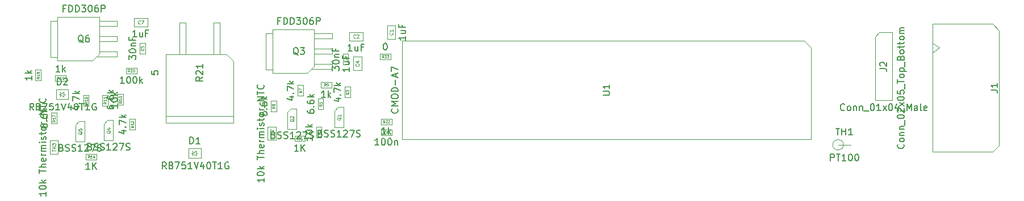
<source format=gbr>
%TF.GenerationSoftware,KiCad,Pcbnew,5.1.9-1.fc33*%
%TF.CreationDate,2021-04-16T18:18:08+01:00*%
%TF.ProjectId,cryosub_top_v01,6372796f-7375-4625-9f74-6f705f763031,rev?*%
%TF.SameCoordinates,Original*%
%TF.FileFunction,Other,Fab,Top*%
%FSLAX46Y46*%
G04 Gerber Fmt 4.6, Leading zero omitted, Abs format (unit mm)*
G04 Created by KiCad (PCBNEW 5.1.9-1.fc33) date 2021-04-16 18:18:08*
%MOMM*%
%LPD*%
G01*
G04 APERTURE LIST*
%ADD10C,0.100000*%
%ADD11C,0.150000*%
%ADD12C,0.060000*%
%ADD13C,0.080000*%
%ADD14C,0.075000*%
G04 APERTURE END LIST*
D10*
%TO.C,TH1*%
X225500000Y-106350000D02*
G75*
G03*
X225500000Y-106350000I-800000J0D01*
G01*
X224700000Y-106350000D02*
X226600000Y-106350000D01*
%TO.C,R22*%
X158162500Y-103312500D02*
X156562500Y-103312500D01*
X158162500Y-102487500D02*
X158162500Y-103312500D01*
X156562500Y-102487500D02*
X158162500Y-102487500D01*
X156562500Y-103312500D02*
X156562500Y-102487500D01*
%TO.C,C6*%
X158157500Y-104900000D02*
X156557500Y-104900000D01*
X158157500Y-104100000D02*
X158157500Y-104900000D01*
X156557500Y-104100000D02*
X158157500Y-104100000D01*
X156557500Y-104900000D02*
X156557500Y-104100000D01*
%TO.C,C5*%
X120600000Y-92700000D02*
X120600000Y-91100000D01*
X121400000Y-92700000D02*
X120600000Y-92700000D01*
X121400000Y-91100000D02*
X121400000Y-92700000D01*
X120600000Y-91100000D02*
X121400000Y-91100000D01*
%TO.C,C3*%
X150900000Y-94357500D02*
X150900000Y-92757500D01*
X151700000Y-94357500D02*
X150900000Y-94357500D01*
X151700000Y-92757500D02*
X151700000Y-94357500D01*
X150900000Y-92757500D02*
X151700000Y-92757500D01*
%TO.C,C7*%
X121737500Y-88675000D02*
X119737500Y-88675000D01*
X121737500Y-87425000D02*
X121737500Y-88675000D01*
X119737500Y-87425000D02*
X121737500Y-87425000D01*
X119737500Y-88675000D02*
X119737500Y-87425000D01*
%TO.C,J1*%
X239800000Y-91850000D02*
X238810000Y-92600000D01*
X238810000Y-91100000D02*
X239800000Y-91850000D01*
X238810000Y-107425000D02*
X238810000Y-88275000D01*
X247720000Y-107425000D02*
X238810000Y-107425000D01*
X248720000Y-106425000D02*
X247720000Y-107425000D01*
X248720000Y-89275000D02*
X248720000Y-106425000D01*
X247720000Y-88275000D02*
X248720000Y-89275000D01*
X238810000Y-88275000D02*
X247720000Y-88275000D01*
%TO.C,R23*%
X156387500Y-92737500D02*
X157987500Y-92737500D01*
X156387500Y-93562500D02*
X156387500Y-92737500D01*
X157987500Y-93562500D02*
X156387500Y-93562500D01*
X157987500Y-92737500D02*
X157987500Y-93562500D01*
%TO.C,U1*%
X219670000Y-90805000D02*
X220670000Y-91805000D01*
X159710000Y-90805000D02*
X219670000Y-90805000D01*
X159710000Y-105535000D02*
X159710000Y-90805000D01*
X220670000Y-105535000D02*
X159710000Y-105535000D01*
X220670000Y-91805000D02*
X220670000Y-105535000D01*
%TO.C,TH3*%
X107175000Y-107700000D02*
X107175000Y-105700000D01*
X108425000Y-107700000D02*
X107175000Y-107700000D01*
X108425000Y-105700000D02*
X108425000Y-107700000D01*
X107175000Y-105700000D02*
X108425000Y-105700000D01*
%TO.C,TH2*%
X139675000Y-105650000D02*
X139675000Y-103650000D01*
X140925000Y-105650000D02*
X139675000Y-105650000D01*
X140925000Y-103650000D02*
X140925000Y-105650000D01*
X139675000Y-103650000D02*
X140925000Y-103650000D01*
%TO.C,R21*%
X126485000Y-88100000D02*
X126485000Y-92800000D01*
X127485000Y-88100000D02*
X126485000Y-88100000D01*
X127485000Y-92800000D02*
X127485000Y-88100000D01*
X131565000Y-88100000D02*
X131565000Y-92800000D01*
X132565000Y-88100000D02*
X131565000Y-88100000D01*
X132565000Y-92800000D02*
X132565000Y-88100000D01*
X134525000Y-93800000D02*
X134525000Y-102050000D01*
X133525000Y-92800000D02*
X134525000Y-93800000D01*
X124525000Y-92800000D02*
X133525000Y-92800000D01*
X124525000Y-102050000D02*
X124525000Y-92800000D01*
X134525000Y-102050000D02*
X124525000Y-102050000D01*
X124525000Y-103050000D02*
X124525000Y-102050000D01*
X134525000Y-103050000D02*
X124525000Y-103050000D01*
X134525000Y-102050000D02*
X134525000Y-103050000D01*
%TO.C,R20*%
X120137500Y-95662500D02*
X118537500Y-95662500D01*
X120137500Y-94837500D02*
X120137500Y-95662500D01*
X118537500Y-94837500D02*
X120137500Y-94837500D01*
X118537500Y-95662500D02*
X118537500Y-94837500D01*
%TO.C,R19*%
X108000000Y-95987500D02*
X109600000Y-95987500D01*
X108000000Y-96812500D02*
X108000000Y-95987500D01*
X109600000Y-96812500D02*
X108000000Y-96812500D01*
X109600000Y-95987500D02*
X109600000Y-96812500D01*
%TO.C,R18*%
X105037500Y-96737500D02*
X105037500Y-95137500D01*
X105862500Y-96737500D02*
X105037500Y-96737500D01*
X105862500Y-95137500D02*
X105862500Y-96737500D01*
X105037500Y-95137500D02*
X105862500Y-95137500D01*
%TO.C,R17*%
X107387500Y-103187500D02*
X107387500Y-101587500D01*
X108212500Y-103187500D02*
X107387500Y-103187500D01*
X108212500Y-101587500D02*
X108212500Y-103187500D01*
X107387500Y-101587500D02*
X108212500Y-101587500D01*
%TO.C,R16*%
X112187500Y-100512500D02*
X112187500Y-98912500D01*
X113012500Y-100512500D02*
X112187500Y-100512500D01*
X113012500Y-98912500D02*
X113012500Y-100512500D01*
X112187500Y-98912500D02*
X113012500Y-98912500D01*
%TO.C,R14*%
X114162500Y-108562500D02*
X112562500Y-108562500D01*
X114162500Y-107737500D02*
X114162500Y-108562500D01*
X112562500Y-107737500D02*
X114162500Y-107737500D01*
X112562500Y-108562500D02*
X112562500Y-107737500D01*
%TO.C,R12*%
X119087500Y-104087500D02*
X119087500Y-102487500D01*
X119912500Y-104087500D02*
X119087500Y-104087500D01*
X119912500Y-102487500D02*
X119912500Y-104087500D01*
X119087500Y-102487500D02*
X119912500Y-102487500D01*
%TO.C,R11*%
X115812500Y-98887500D02*
X115812500Y-100487500D01*
X114987500Y-98887500D02*
X115812500Y-98887500D01*
X114987500Y-100487500D02*
X114987500Y-98887500D01*
X115812500Y-100487500D02*
X114987500Y-100487500D01*
%TO.C,R10*%
X117287500Y-100387500D02*
X117287500Y-98787500D01*
X118112500Y-100387500D02*
X117287500Y-100387500D01*
X118112500Y-98787500D02*
X118112500Y-100387500D01*
X117287500Y-98787500D02*
X118112500Y-98787500D01*
%TO.C,R9*%
X149187500Y-97812500D02*
X147587500Y-97812500D01*
X149187500Y-96987500D02*
X149187500Y-97812500D01*
X147587500Y-96987500D02*
X149187500Y-96987500D01*
X147587500Y-97812500D02*
X147587500Y-96987500D01*
%TO.C,R8*%
X140137500Y-101362500D02*
X140137500Y-99762500D01*
X140962500Y-101362500D02*
X140137500Y-101362500D01*
X140962500Y-99762500D02*
X140962500Y-101362500D01*
X140137500Y-99762500D02*
X140962500Y-99762500D01*
%TO.C,R7*%
X144137500Y-99037500D02*
X144137500Y-97437500D01*
X144962500Y-99037500D02*
X144137500Y-99037500D01*
X144962500Y-97437500D02*
X144962500Y-99037500D01*
X144137500Y-97437500D02*
X144962500Y-97437500D01*
%TO.C,R5*%
X145262500Y-105812500D02*
X143662500Y-105812500D01*
X145262500Y-104987500D02*
X145262500Y-105812500D01*
X143662500Y-104987500D02*
X145262500Y-104987500D01*
X143662500Y-105812500D02*
X143662500Y-104987500D01*
%TO.C,R3*%
X151137500Y-99287500D02*
X151137500Y-97687500D01*
X151962500Y-99287500D02*
X151137500Y-99287500D01*
X151962500Y-97687500D02*
X151962500Y-99287500D01*
X151137500Y-97687500D02*
X151962500Y-97687500D01*
%TO.C,R2*%
X146887500Y-105287500D02*
X146887500Y-103687500D01*
X147712500Y-105287500D02*
X146887500Y-105287500D01*
X147712500Y-103687500D02*
X147712500Y-105287500D01*
X146887500Y-103687500D02*
X147712500Y-103687500D01*
%TO.C,R1*%
X147137500Y-101037500D02*
X147137500Y-99437500D01*
X147962500Y-101037500D02*
X147137500Y-101037500D01*
X147962500Y-99437500D02*
X147962500Y-101037500D01*
X147137500Y-99437500D02*
X147962500Y-99437500D01*
%TO.C,Q6*%
X117245000Y-87870000D02*
X114545000Y-87870000D01*
X117245000Y-88620000D02*
X117245000Y-87870000D01*
X114545000Y-88620000D02*
X117245000Y-88620000D01*
X117245000Y-90150000D02*
X114545000Y-90150000D01*
X117245000Y-90900000D02*
X117245000Y-90150000D01*
X114545000Y-90900000D02*
X117245000Y-90900000D01*
X117245000Y-92430000D02*
X114545000Y-92430000D01*
X117245000Y-93180000D02*
X117245000Y-92430000D01*
X114140000Y-93180000D02*
X117245000Y-93180000D01*
X113545000Y-93775000D02*
X108325000Y-93775000D01*
X114545000Y-92775000D02*
X113545000Y-93775000D01*
X114545000Y-87275000D02*
X114545000Y-92775000D01*
X108325000Y-87275000D02*
X114545000Y-87275000D01*
X108325000Y-93775000D02*
X108325000Y-87275000D01*
X107325000Y-87825000D02*
X108325000Y-87825000D01*
X107325000Y-93225000D02*
X107325000Y-87825000D01*
X108325000Y-93225000D02*
X107325000Y-93225000D01*
%TO.C,Q5*%
X111000000Y-105870000D02*
X112400000Y-105870000D01*
X112400000Y-102830000D02*
X112400000Y-105870000D01*
X111000000Y-103400000D02*
X111550000Y-102830000D01*
X111550000Y-102830000D02*
X112400000Y-102830000D01*
X111000000Y-103400000D02*
X111000000Y-105850000D01*
%TO.C,Q4*%
X115250000Y-105720000D02*
X116650000Y-105720000D01*
X116650000Y-102680000D02*
X116650000Y-105720000D01*
X115250000Y-103250000D02*
X115800000Y-102680000D01*
X115800000Y-102680000D02*
X116650000Y-102680000D01*
X115250000Y-103250000D02*
X115250000Y-105700000D01*
%TO.C,Q3*%
X149295000Y-89720000D02*
X146595000Y-89720000D01*
X149295000Y-90470000D02*
X149295000Y-89720000D01*
X146595000Y-90470000D02*
X149295000Y-90470000D01*
X149295000Y-92000000D02*
X146595000Y-92000000D01*
X149295000Y-92750000D02*
X149295000Y-92000000D01*
X146595000Y-92750000D02*
X149295000Y-92750000D01*
X149295000Y-94280000D02*
X146595000Y-94280000D01*
X149295000Y-95030000D02*
X149295000Y-94280000D01*
X146190000Y-95030000D02*
X149295000Y-95030000D01*
X145595000Y-95625000D02*
X140375000Y-95625000D01*
X146595000Y-94625000D02*
X145595000Y-95625000D01*
X146595000Y-89125000D02*
X146595000Y-94625000D01*
X140375000Y-89125000D02*
X146595000Y-89125000D01*
X140375000Y-95625000D02*
X140375000Y-89125000D01*
X139375000Y-89675000D02*
X140375000Y-89675000D01*
X139375000Y-95075000D02*
X139375000Y-89675000D01*
X140375000Y-95075000D02*
X139375000Y-95075000D01*
%TO.C,Q2*%
X142600000Y-103970000D02*
X144000000Y-103970000D01*
X144000000Y-100930000D02*
X144000000Y-103970000D01*
X142600000Y-101500000D02*
X143150000Y-100930000D01*
X143150000Y-100930000D02*
X144000000Y-100930000D01*
X142600000Y-101500000D02*
X142600000Y-103950000D01*
%TO.C,Q1*%
X149600000Y-103720000D02*
X151000000Y-103720000D01*
X151000000Y-100680000D02*
X151000000Y-103720000D01*
X149600000Y-101250000D02*
X150150000Y-100680000D01*
X150150000Y-100680000D02*
X151000000Y-100680000D01*
X149600000Y-101250000D02*
X149600000Y-103700000D01*
%TO.C,J2*%
X230230000Y-90195000D02*
X230865000Y-89560000D01*
X230230000Y-99720000D02*
X230230000Y-90195000D01*
X232770000Y-99720000D02*
X230230000Y-99720000D01*
X232770000Y-89560000D02*
X232770000Y-99720000D01*
X230865000Y-89560000D02*
X232770000Y-89560000D01*
%TO.C,D2*%
X108150000Y-98100000D02*
X109950000Y-98100000D01*
X109950000Y-98100000D02*
X109950000Y-99500000D01*
X109950000Y-99500000D02*
X108150000Y-99500000D01*
X108150000Y-99500000D02*
X108150000Y-98100000D01*
X108750000Y-98450000D02*
X108750000Y-99150000D01*
X108750000Y-98800000D02*
X108550000Y-98800000D01*
X108750000Y-98800000D02*
X109250000Y-98450000D01*
X109250000Y-98450000D02*
X109250000Y-99150000D01*
X109250000Y-99150000D02*
X108750000Y-98800000D01*
X109250000Y-98800000D02*
X109500000Y-98800000D01*
%TO.C,D1*%
X127900000Y-106900000D02*
X129700000Y-106900000D01*
X129700000Y-106900000D02*
X129700000Y-108300000D01*
X129700000Y-108300000D02*
X127900000Y-108300000D01*
X127900000Y-108300000D02*
X127900000Y-106900000D01*
X128500000Y-107250000D02*
X128500000Y-107950000D01*
X128500000Y-107600000D02*
X128300000Y-107600000D01*
X128500000Y-107600000D02*
X129000000Y-107250000D01*
X129000000Y-107250000D02*
X129000000Y-107950000D01*
X129000000Y-107950000D02*
X128500000Y-107600000D01*
X129000000Y-107600000D02*
X129250000Y-107600000D01*
%TO.C,C4*%
X152425000Y-95187500D02*
X152425000Y-93187500D01*
X153675000Y-95187500D02*
X152425000Y-95187500D01*
X153675000Y-93187500D02*
X153675000Y-95187500D01*
X152425000Y-93187500D02*
X153675000Y-93187500D01*
%TO.C,C2*%
X153837500Y-90775000D02*
X151837500Y-90775000D01*
X153837500Y-89525000D02*
X153837500Y-90775000D01*
X151837500Y-89525000D02*
X153837500Y-89525000D01*
X151837500Y-90775000D02*
X151837500Y-89525000D01*
%TO.C,C1*%
X158725000Y-88512500D02*
X158725000Y-90512500D01*
X157475000Y-88512500D02*
X158725000Y-88512500D01*
X157475000Y-90512500D02*
X157475000Y-88512500D01*
X158725000Y-90512500D02*
X157475000Y-90512500D01*
%TD*%
%TO.C,TH1*%
D11*
X223578571Y-108722380D02*
X223578571Y-107722380D01*
X223959523Y-107722380D01*
X224054761Y-107770000D01*
X224102380Y-107817619D01*
X224150000Y-107912857D01*
X224150000Y-108055714D01*
X224102380Y-108150952D01*
X224054761Y-108198571D01*
X223959523Y-108246190D01*
X223578571Y-108246190D01*
X224435714Y-107722380D02*
X225007142Y-107722380D01*
X224721428Y-108722380D02*
X224721428Y-107722380D01*
X225864285Y-108722380D02*
X225292857Y-108722380D01*
X225578571Y-108722380D02*
X225578571Y-107722380D01*
X225483333Y-107865238D01*
X225388095Y-107960476D01*
X225292857Y-108008095D01*
X226483333Y-107722380D02*
X226578571Y-107722380D01*
X226673809Y-107770000D01*
X226721428Y-107817619D01*
X226769047Y-107912857D01*
X226816666Y-108103333D01*
X226816666Y-108341428D01*
X226769047Y-108531904D01*
X226721428Y-108627142D01*
X226673809Y-108674761D01*
X226578571Y-108722380D01*
X226483333Y-108722380D01*
X226388095Y-108674761D01*
X226340476Y-108627142D01*
X226292857Y-108531904D01*
X226245238Y-108341428D01*
X226245238Y-108103333D01*
X226292857Y-107912857D01*
X226340476Y-107817619D01*
X226388095Y-107770000D01*
X226483333Y-107722380D01*
X227435714Y-107722380D02*
X227530952Y-107722380D01*
X227626190Y-107770000D01*
X227673809Y-107817619D01*
X227721428Y-107912857D01*
X227769047Y-108103333D01*
X227769047Y-108341428D01*
X227721428Y-108531904D01*
X227673809Y-108627142D01*
X227626190Y-108674761D01*
X227530952Y-108722380D01*
X227435714Y-108722380D01*
X227340476Y-108674761D01*
X227292857Y-108627142D01*
X227245238Y-108531904D01*
X227197619Y-108341428D01*
X227197619Y-108103333D01*
X227245238Y-107912857D01*
X227292857Y-107817619D01*
X227340476Y-107770000D01*
X227435714Y-107722380D01*
X224364285Y-103882380D02*
X224935714Y-103882380D01*
X224650000Y-104882380D02*
X224650000Y-103882380D01*
X225269047Y-104882380D02*
X225269047Y-103882380D01*
X225269047Y-104358571D02*
X225840476Y-104358571D01*
X225840476Y-104882380D02*
X225840476Y-103882380D01*
X226840476Y-104882380D02*
X226269047Y-104882380D01*
X226554761Y-104882380D02*
X226554761Y-103882380D01*
X226459523Y-104025238D01*
X226364285Y-104120476D01*
X226269047Y-104168095D01*
%TO.C,R22*%
X157243452Y-104782380D02*
X156672023Y-104782380D01*
X156957738Y-104782380D02*
X156957738Y-103782380D01*
X156862500Y-103925238D01*
X156767261Y-104020476D01*
X156672023Y-104068095D01*
X157672023Y-104782380D02*
X157672023Y-103782380D01*
X157767261Y-104401428D02*
X158052976Y-104782380D01*
X158052976Y-104115714D02*
X157672023Y-104496666D01*
D12*
X157105357Y-103080952D02*
X156972023Y-102890476D01*
X156876785Y-103080952D02*
X156876785Y-102680952D01*
X157029166Y-102680952D01*
X157067261Y-102700000D01*
X157086309Y-102719047D01*
X157105357Y-102757142D01*
X157105357Y-102814285D01*
X157086309Y-102852380D01*
X157067261Y-102871428D01*
X157029166Y-102890476D01*
X156876785Y-102890476D01*
X157257738Y-102719047D02*
X157276785Y-102700000D01*
X157314880Y-102680952D01*
X157410119Y-102680952D01*
X157448214Y-102700000D01*
X157467261Y-102719047D01*
X157486309Y-102757142D01*
X157486309Y-102795238D01*
X157467261Y-102852380D01*
X157238690Y-103080952D01*
X157486309Y-103080952D01*
X157638690Y-102719047D02*
X157657738Y-102700000D01*
X157695833Y-102680952D01*
X157791071Y-102680952D01*
X157829166Y-102700000D01*
X157848214Y-102719047D01*
X157867261Y-102757142D01*
X157867261Y-102795238D01*
X157848214Y-102852380D01*
X157619642Y-103080952D01*
X157867261Y-103080952D01*
%TO.C,C6*%
D11*
X156238452Y-106382380D02*
X155667023Y-106382380D01*
X155952738Y-106382380D02*
X155952738Y-105382380D01*
X155857500Y-105525238D01*
X155762261Y-105620476D01*
X155667023Y-105668095D01*
X156857500Y-105382380D02*
X156952738Y-105382380D01*
X157047976Y-105430000D01*
X157095595Y-105477619D01*
X157143214Y-105572857D01*
X157190833Y-105763333D01*
X157190833Y-106001428D01*
X157143214Y-106191904D01*
X157095595Y-106287142D01*
X157047976Y-106334761D01*
X156952738Y-106382380D01*
X156857500Y-106382380D01*
X156762261Y-106334761D01*
X156714642Y-106287142D01*
X156667023Y-106191904D01*
X156619404Y-106001428D01*
X156619404Y-105763333D01*
X156667023Y-105572857D01*
X156714642Y-105477619D01*
X156762261Y-105430000D01*
X156857500Y-105382380D01*
X157809880Y-105382380D02*
X157905119Y-105382380D01*
X158000357Y-105430000D01*
X158047976Y-105477619D01*
X158095595Y-105572857D01*
X158143214Y-105763333D01*
X158143214Y-106001428D01*
X158095595Y-106191904D01*
X158047976Y-106287142D01*
X158000357Y-106334761D01*
X157905119Y-106382380D01*
X157809880Y-106382380D01*
X157714642Y-106334761D01*
X157667023Y-106287142D01*
X157619404Y-106191904D01*
X157571785Y-106001428D01*
X157571785Y-105763333D01*
X157619404Y-105572857D01*
X157667023Y-105477619D01*
X157714642Y-105430000D01*
X157809880Y-105382380D01*
X158571785Y-105715714D02*
X158571785Y-106382380D01*
X158571785Y-105810952D02*
X158619404Y-105763333D01*
X158714642Y-105715714D01*
X158857500Y-105715714D01*
X158952738Y-105763333D01*
X159000357Y-105858571D01*
X159000357Y-106382380D01*
D12*
X157290833Y-104642857D02*
X157271785Y-104661904D01*
X157214642Y-104680952D01*
X157176547Y-104680952D01*
X157119404Y-104661904D01*
X157081309Y-104623809D01*
X157062261Y-104585714D01*
X157043214Y-104509523D01*
X157043214Y-104452380D01*
X157062261Y-104376190D01*
X157081309Y-104338095D01*
X157119404Y-104300000D01*
X157176547Y-104280952D01*
X157214642Y-104280952D01*
X157271785Y-104300000D01*
X157290833Y-104319047D01*
X157633690Y-104280952D02*
X157557500Y-104280952D01*
X157519404Y-104300000D01*
X157500357Y-104319047D01*
X157462261Y-104376190D01*
X157443214Y-104452380D01*
X157443214Y-104604761D01*
X157462261Y-104642857D01*
X157481309Y-104661904D01*
X157519404Y-104680952D01*
X157595595Y-104680952D01*
X157633690Y-104661904D01*
X157652738Y-104642857D01*
X157671785Y-104604761D01*
X157671785Y-104509523D01*
X157652738Y-104471428D01*
X157633690Y-104452380D01*
X157595595Y-104433333D01*
X157519404Y-104433333D01*
X157481309Y-104452380D01*
X157462261Y-104471428D01*
X157443214Y-104509523D01*
%TO.C,C5*%
D11*
X119022380Y-93590476D02*
X119022380Y-92971428D01*
X119403333Y-93304761D01*
X119403333Y-93161904D01*
X119450952Y-93066666D01*
X119498571Y-93019047D01*
X119593809Y-92971428D01*
X119831904Y-92971428D01*
X119927142Y-93019047D01*
X119974761Y-93066666D01*
X120022380Y-93161904D01*
X120022380Y-93447619D01*
X119974761Y-93542857D01*
X119927142Y-93590476D01*
X119022380Y-92352380D02*
X119022380Y-92257142D01*
X119070000Y-92161904D01*
X119117619Y-92114285D01*
X119212857Y-92066666D01*
X119403333Y-92019047D01*
X119641428Y-92019047D01*
X119831904Y-92066666D01*
X119927142Y-92114285D01*
X119974761Y-92161904D01*
X120022380Y-92257142D01*
X120022380Y-92352380D01*
X119974761Y-92447619D01*
X119927142Y-92495238D01*
X119831904Y-92542857D01*
X119641428Y-92590476D01*
X119403333Y-92590476D01*
X119212857Y-92542857D01*
X119117619Y-92495238D01*
X119070000Y-92447619D01*
X119022380Y-92352380D01*
X119355714Y-91590476D02*
X120022380Y-91590476D01*
X119450952Y-91590476D02*
X119403333Y-91542857D01*
X119355714Y-91447619D01*
X119355714Y-91304761D01*
X119403333Y-91209523D01*
X119498571Y-91161904D01*
X120022380Y-91161904D01*
X119498571Y-90352380D02*
X119498571Y-90685714D01*
X120022380Y-90685714D02*
X119022380Y-90685714D01*
X119022380Y-90209523D01*
D12*
X121142857Y-91966666D02*
X121161904Y-91985714D01*
X121180952Y-92042857D01*
X121180952Y-92080952D01*
X121161904Y-92138095D01*
X121123809Y-92176190D01*
X121085714Y-92195238D01*
X121009523Y-92214285D01*
X120952380Y-92214285D01*
X120876190Y-92195238D01*
X120838095Y-92176190D01*
X120800000Y-92138095D01*
X120780952Y-92080952D01*
X120780952Y-92042857D01*
X120800000Y-91985714D01*
X120819047Y-91966666D01*
X120780952Y-91604761D02*
X120780952Y-91795238D01*
X120971428Y-91814285D01*
X120952380Y-91795238D01*
X120933333Y-91757142D01*
X120933333Y-91661904D01*
X120952380Y-91623809D01*
X120971428Y-91604761D01*
X121009523Y-91585714D01*
X121104761Y-91585714D01*
X121142857Y-91604761D01*
X121161904Y-91623809D01*
X121180952Y-91661904D01*
X121180952Y-91757142D01*
X121161904Y-91795238D01*
X121142857Y-91814285D01*
%TO.C,C3*%
D11*
X149322380Y-95247976D02*
X149322380Y-94628928D01*
X149703333Y-94962261D01*
X149703333Y-94819404D01*
X149750952Y-94724166D01*
X149798571Y-94676547D01*
X149893809Y-94628928D01*
X150131904Y-94628928D01*
X150227142Y-94676547D01*
X150274761Y-94724166D01*
X150322380Y-94819404D01*
X150322380Y-95105119D01*
X150274761Y-95200357D01*
X150227142Y-95247976D01*
X149322380Y-94009880D02*
X149322380Y-93914642D01*
X149370000Y-93819404D01*
X149417619Y-93771785D01*
X149512857Y-93724166D01*
X149703333Y-93676547D01*
X149941428Y-93676547D01*
X150131904Y-93724166D01*
X150227142Y-93771785D01*
X150274761Y-93819404D01*
X150322380Y-93914642D01*
X150322380Y-94009880D01*
X150274761Y-94105119D01*
X150227142Y-94152738D01*
X150131904Y-94200357D01*
X149941428Y-94247976D01*
X149703333Y-94247976D01*
X149512857Y-94200357D01*
X149417619Y-94152738D01*
X149370000Y-94105119D01*
X149322380Y-94009880D01*
X149655714Y-93247976D02*
X150322380Y-93247976D01*
X149750952Y-93247976D02*
X149703333Y-93200357D01*
X149655714Y-93105119D01*
X149655714Y-92962261D01*
X149703333Y-92867023D01*
X149798571Y-92819404D01*
X150322380Y-92819404D01*
X149798571Y-92009880D02*
X149798571Y-92343214D01*
X150322380Y-92343214D02*
X149322380Y-92343214D01*
X149322380Y-91867023D01*
D12*
X151442857Y-93624166D02*
X151461904Y-93643214D01*
X151480952Y-93700357D01*
X151480952Y-93738452D01*
X151461904Y-93795595D01*
X151423809Y-93833690D01*
X151385714Y-93852738D01*
X151309523Y-93871785D01*
X151252380Y-93871785D01*
X151176190Y-93852738D01*
X151138095Y-93833690D01*
X151100000Y-93795595D01*
X151080952Y-93738452D01*
X151080952Y-93700357D01*
X151100000Y-93643214D01*
X151119047Y-93624166D01*
X151080952Y-93490833D02*
X151080952Y-93243214D01*
X151233333Y-93376547D01*
X151233333Y-93319404D01*
X151252380Y-93281309D01*
X151271428Y-93262261D01*
X151309523Y-93243214D01*
X151404761Y-93243214D01*
X151442857Y-93262261D01*
X151461904Y-93281309D01*
X151480952Y-93319404D01*
X151480952Y-93433690D01*
X151461904Y-93471785D01*
X151442857Y-93490833D01*
%TO.C,C7*%
D11*
X120142261Y-90182380D02*
X119570833Y-90182380D01*
X119856547Y-90182380D02*
X119856547Y-89182380D01*
X119761309Y-89325238D01*
X119666071Y-89420476D01*
X119570833Y-89468095D01*
X120999404Y-89515714D02*
X120999404Y-90182380D01*
X120570833Y-89515714D02*
X120570833Y-90039523D01*
X120618452Y-90134761D01*
X120713690Y-90182380D01*
X120856547Y-90182380D01*
X120951785Y-90134761D01*
X120999404Y-90087142D01*
X121808928Y-89658571D02*
X121475595Y-89658571D01*
X121475595Y-90182380D02*
X121475595Y-89182380D01*
X121951785Y-89182380D01*
D13*
X120654166Y-88228571D02*
X120630357Y-88252380D01*
X120558928Y-88276190D01*
X120511309Y-88276190D01*
X120439880Y-88252380D01*
X120392261Y-88204761D01*
X120368452Y-88157142D01*
X120344642Y-88061904D01*
X120344642Y-87990476D01*
X120368452Y-87895238D01*
X120392261Y-87847619D01*
X120439880Y-87800000D01*
X120511309Y-87776190D01*
X120558928Y-87776190D01*
X120630357Y-87800000D01*
X120654166Y-87823809D01*
X120820833Y-87776190D02*
X121154166Y-87776190D01*
X120939880Y-88276190D01*
%TO.C,J1*%
D11*
X234457142Y-106278571D02*
X234504761Y-106326190D01*
X234552380Y-106469047D01*
X234552380Y-106564285D01*
X234504761Y-106707142D01*
X234409523Y-106802380D01*
X234314285Y-106850000D01*
X234123809Y-106897619D01*
X233980952Y-106897619D01*
X233790476Y-106850000D01*
X233695238Y-106802380D01*
X233600000Y-106707142D01*
X233552380Y-106564285D01*
X233552380Y-106469047D01*
X233600000Y-106326190D01*
X233647619Y-106278571D01*
X234552380Y-105707142D02*
X234504761Y-105802380D01*
X234457142Y-105850000D01*
X234361904Y-105897619D01*
X234076190Y-105897619D01*
X233980952Y-105850000D01*
X233933333Y-105802380D01*
X233885714Y-105707142D01*
X233885714Y-105564285D01*
X233933333Y-105469047D01*
X233980952Y-105421428D01*
X234076190Y-105373809D01*
X234361904Y-105373809D01*
X234457142Y-105421428D01*
X234504761Y-105469047D01*
X234552380Y-105564285D01*
X234552380Y-105707142D01*
X233885714Y-104945238D02*
X234552380Y-104945238D01*
X233980952Y-104945238D02*
X233933333Y-104897619D01*
X233885714Y-104802380D01*
X233885714Y-104659523D01*
X233933333Y-104564285D01*
X234028571Y-104516666D01*
X234552380Y-104516666D01*
X233885714Y-104040476D02*
X234552380Y-104040476D01*
X233980952Y-104040476D02*
X233933333Y-103992857D01*
X233885714Y-103897619D01*
X233885714Y-103754761D01*
X233933333Y-103659523D01*
X234028571Y-103611904D01*
X234552380Y-103611904D01*
X234647619Y-103373809D02*
X234647619Y-102611904D01*
X233552380Y-102183333D02*
X233552380Y-102088095D01*
X233600000Y-101992857D01*
X233647619Y-101945238D01*
X233742857Y-101897619D01*
X233933333Y-101850000D01*
X234171428Y-101850000D01*
X234361904Y-101897619D01*
X234457142Y-101945238D01*
X234504761Y-101992857D01*
X234552380Y-102088095D01*
X234552380Y-102183333D01*
X234504761Y-102278571D01*
X234457142Y-102326190D01*
X234361904Y-102373809D01*
X234171428Y-102421428D01*
X233933333Y-102421428D01*
X233742857Y-102373809D01*
X233647619Y-102326190D01*
X233600000Y-102278571D01*
X233552380Y-102183333D01*
X233647619Y-101469047D02*
X233600000Y-101421428D01*
X233552380Y-101326190D01*
X233552380Y-101088095D01*
X233600000Y-100992857D01*
X233647619Y-100945238D01*
X233742857Y-100897619D01*
X233838095Y-100897619D01*
X233980952Y-100945238D01*
X234552380Y-101516666D01*
X234552380Y-100897619D01*
X234552380Y-100564285D02*
X233885714Y-100040476D01*
X233885714Y-100564285D02*
X234552380Y-100040476D01*
X233552380Y-99469047D02*
X233552380Y-99373809D01*
X233600000Y-99278571D01*
X233647619Y-99230952D01*
X233742857Y-99183333D01*
X233933333Y-99135714D01*
X234171428Y-99135714D01*
X234361904Y-99183333D01*
X234457142Y-99230952D01*
X234504761Y-99278571D01*
X234552380Y-99373809D01*
X234552380Y-99469047D01*
X234504761Y-99564285D01*
X234457142Y-99611904D01*
X234361904Y-99659523D01*
X234171428Y-99707142D01*
X233933333Y-99707142D01*
X233742857Y-99659523D01*
X233647619Y-99611904D01*
X233600000Y-99564285D01*
X233552380Y-99469047D01*
X233552380Y-98230952D02*
X233552380Y-98707142D01*
X234028571Y-98754761D01*
X233980952Y-98707142D01*
X233933333Y-98611904D01*
X233933333Y-98373809D01*
X233980952Y-98278571D01*
X234028571Y-98230952D01*
X234123809Y-98183333D01*
X234361904Y-98183333D01*
X234457142Y-98230952D01*
X234504761Y-98278571D01*
X234552380Y-98373809D01*
X234552380Y-98611904D01*
X234504761Y-98707142D01*
X234457142Y-98754761D01*
X234647619Y-97992857D02*
X234647619Y-97230952D01*
X233552380Y-97135714D02*
X233552380Y-96564285D01*
X234552380Y-96850000D02*
X233552380Y-96850000D01*
X234552380Y-96088095D02*
X234504761Y-96183333D01*
X234457142Y-96230952D01*
X234361904Y-96278571D01*
X234076190Y-96278571D01*
X233980952Y-96230952D01*
X233933333Y-96183333D01*
X233885714Y-96088095D01*
X233885714Y-95945238D01*
X233933333Y-95850000D01*
X233980952Y-95802380D01*
X234076190Y-95754761D01*
X234361904Y-95754761D01*
X234457142Y-95802380D01*
X234504761Y-95850000D01*
X234552380Y-95945238D01*
X234552380Y-96088095D01*
X233885714Y-95326190D02*
X234885714Y-95326190D01*
X233933333Y-95326190D02*
X233885714Y-95230952D01*
X233885714Y-95040476D01*
X233933333Y-94945238D01*
X233980952Y-94897619D01*
X234076190Y-94850000D01*
X234361904Y-94850000D01*
X234457142Y-94897619D01*
X234504761Y-94945238D01*
X234552380Y-95040476D01*
X234552380Y-95230952D01*
X234504761Y-95326190D01*
X234647619Y-94659523D02*
X234647619Y-93897619D01*
X234028571Y-93326190D02*
X234076190Y-93183333D01*
X234123809Y-93135714D01*
X234219047Y-93088095D01*
X234361904Y-93088095D01*
X234457142Y-93135714D01*
X234504761Y-93183333D01*
X234552380Y-93278571D01*
X234552380Y-93659523D01*
X233552380Y-93659523D01*
X233552380Y-93326190D01*
X233600000Y-93230952D01*
X233647619Y-93183333D01*
X233742857Y-93135714D01*
X233838095Y-93135714D01*
X233933333Y-93183333D01*
X233980952Y-93230952D01*
X234028571Y-93326190D01*
X234028571Y-93659523D01*
X234552380Y-92516666D02*
X234504761Y-92611904D01*
X234457142Y-92659523D01*
X234361904Y-92707142D01*
X234076190Y-92707142D01*
X233980952Y-92659523D01*
X233933333Y-92611904D01*
X233885714Y-92516666D01*
X233885714Y-92373809D01*
X233933333Y-92278571D01*
X233980952Y-92230952D01*
X234076190Y-92183333D01*
X234361904Y-92183333D01*
X234457142Y-92230952D01*
X234504761Y-92278571D01*
X234552380Y-92373809D01*
X234552380Y-92516666D01*
X233885714Y-91897619D02*
X233885714Y-91516666D01*
X233552380Y-91754761D02*
X234409523Y-91754761D01*
X234504761Y-91707142D01*
X234552380Y-91611904D01*
X234552380Y-91516666D01*
X233885714Y-91326190D02*
X233885714Y-90945238D01*
X233552380Y-91183333D02*
X234409523Y-91183333D01*
X234504761Y-91135714D01*
X234552380Y-91040476D01*
X234552380Y-90945238D01*
X234552380Y-90469047D02*
X234504761Y-90564285D01*
X234457142Y-90611904D01*
X234361904Y-90659523D01*
X234076190Y-90659523D01*
X233980952Y-90611904D01*
X233933333Y-90564285D01*
X233885714Y-90469047D01*
X233885714Y-90326190D01*
X233933333Y-90230952D01*
X233980952Y-90183333D01*
X234076190Y-90135714D01*
X234361904Y-90135714D01*
X234457142Y-90183333D01*
X234504761Y-90230952D01*
X234552380Y-90326190D01*
X234552380Y-90469047D01*
X234552380Y-89707142D02*
X233885714Y-89707142D01*
X233980952Y-89707142D02*
X233933333Y-89659523D01*
X233885714Y-89564285D01*
X233885714Y-89421428D01*
X233933333Y-89326190D01*
X234028571Y-89278571D01*
X234552380Y-89278571D01*
X234028571Y-89278571D02*
X233933333Y-89230952D01*
X233885714Y-89135714D01*
X233885714Y-88992857D01*
X233933333Y-88897619D01*
X234028571Y-88850000D01*
X234552380Y-88850000D01*
X247472380Y-98183333D02*
X248186666Y-98183333D01*
X248329523Y-98230952D01*
X248424761Y-98326190D01*
X248472380Y-98469047D01*
X248472380Y-98564285D01*
X248472380Y-97183333D02*
X248472380Y-97754761D01*
X248472380Y-97469047D02*
X247472380Y-97469047D01*
X247615238Y-97564285D01*
X247710476Y-97659523D01*
X247758095Y-97754761D01*
%TO.C,R23*%
X157139880Y-91172380D02*
X157235119Y-91172380D01*
X157330357Y-91220000D01*
X157377976Y-91267619D01*
X157425595Y-91362857D01*
X157473214Y-91553333D01*
X157473214Y-91791428D01*
X157425595Y-91981904D01*
X157377976Y-92077142D01*
X157330357Y-92124761D01*
X157235119Y-92172380D01*
X157139880Y-92172380D01*
X157044642Y-92124761D01*
X156997023Y-92077142D01*
X156949404Y-91981904D01*
X156901785Y-91791428D01*
X156901785Y-91553333D01*
X156949404Y-91362857D01*
X156997023Y-91267619D01*
X157044642Y-91220000D01*
X157139880Y-91172380D01*
D12*
X156930357Y-93330952D02*
X156797023Y-93140476D01*
X156701785Y-93330952D02*
X156701785Y-92930952D01*
X156854166Y-92930952D01*
X156892261Y-92950000D01*
X156911309Y-92969047D01*
X156930357Y-93007142D01*
X156930357Y-93064285D01*
X156911309Y-93102380D01*
X156892261Y-93121428D01*
X156854166Y-93140476D01*
X156701785Y-93140476D01*
X157082738Y-92969047D02*
X157101785Y-92950000D01*
X157139880Y-92930952D01*
X157235119Y-92930952D01*
X157273214Y-92950000D01*
X157292261Y-92969047D01*
X157311309Y-93007142D01*
X157311309Y-93045238D01*
X157292261Y-93102380D01*
X157063690Y-93330952D01*
X157311309Y-93330952D01*
X157444642Y-92930952D02*
X157692261Y-92930952D01*
X157558928Y-93083333D01*
X157616071Y-93083333D01*
X157654166Y-93102380D01*
X157673214Y-93121428D01*
X157692261Y-93159523D01*
X157692261Y-93254761D01*
X157673214Y-93292857D01*
X157654166Y-93311904D01*
X157616071Y-93330952D01*
X157501785Y-93330952D01*
X157463690Y-93311904D01*
X157444642Y-93292857D01*
%TO.C,U1*%
D11*
X159007142Y-100979523D02*
X159054761Y-101027142D01*
X159102380Y-101170000D01*
X159102380Y-101265238D01*
X159054761Y-101408095D01*
X158959523Y-101503333D01*
X158864285Y-101550952D01*
X158673809Y-101598571D01*
X158530952Y-101598571D01*
X158340476Y-101550952D01*
X158245238Y-101503333D01*
X158150000Y-101408095D01*
X158102380Y-101265238D01*
X158102380Y-101170000D01*
X158150000Y-101027142D01*
X158197619Y-100979523D01*
X159102380Y-100550952D02*
X158102380Y-100550952D01*
X158816666Y-100217619D01*
X158102380Y-99884285D01*
X159102380Y-99884285D01*
X158102380Y-99217619D02*
X158102380Y-99027142D01*
X158150000Y-98931904D01*
X158245238Y-98836666D01*
X158435714Y-98789047D01*
X158769047Y-98789047D01*
X158959523Y-98836666D01*
X159054761Y-98931904D01*
X159102380Y-99027142D01*
X159102380Y-99217619D01*
X159054761Y-99312857D01*
X158959523Y-99408095D01*
X158769047Y-99455714D01*
X158435714Y-99455714D01*
X158245238Y-99408095D01*
X158150000Y-99312857D01*
X158102380Y-99217619D01*
X159102380Y-98360476D02*
X158102380Y-98360476D01*
X158102380Y-98122380D01*
X158150000Y-97979523D01*
X158245238Y-97884285D01*
X158340476Y-97836666D01*
X158530952Y-97789047D01*
X158673809Y-97789047D01*
X158864285Y-97836666D01*
X158959523Y-97884285D01*
X159054761Y-97979523D01*
X159102380Y-98122380D01*
X159102380Y-98360476D01*
X158721428Y-97360476D02*
X158721428Y-96598571D01*
X158816666Y-96170000D02*
X158816666Y-95693809D01*
X159102380Y-96265238D02*
X158102380Y-95931904D01*
X159102380Y-95598571D01*
X158102380Y-95360476D02*
X158102380Y-94693809D01*
X159102380Y-95122380D01*
X189642380Y-98931904D02*
X190451904Y-98931904D01*
X190547142Y-98884285D01*
X190594761Y-98836666D01*
X190642380Y-98741428D01*
X190642380Y-98550952D01*
X190594761Y-98455714D01*
X190547142Y-98408095D01*
X190451904Y-98360476D01*
X189642380Y-98360476D01*
X190642380Y-97360476D02*
X190642380Y-97931904D01*
X190642380Y-97646190D02*
X189642380Y-97646190D01*
X189785238Y-97741428D01*
X189880476Y-97836666D01*
X189928095Y-97931904D01*
%TO.C,TH3*%
X106602380Y-113390476D02*
X106602380Y-113961904D01*
X106602380Y-113676190D02*
X105602380Y-113676190D01*
X105745238Y-113771428D01*
X105840476Y-113866666D01*
X105888095Y-113961904D01*
X105602380Y-112771428D02*
X105602380Y-112676190D01*
X105650000Y-112580952D01*
X105697619Y-112533333D01*
X105792857Y-112485714D01*
X105983333Y-112438095D01*
X106221428Y-112438095D01*
X106411904Y-112485714D01*
X106507142Y-112533333D01*
X106554761Y-112580952D01*
X106602380Y-112676190D01*
X106602380Y-112771428D01*
X106554761Y-112866666D01*
X106507142Y-112914285D01*
X106411904Y-112961904D01*
X106221428Y-113009523D01*
X105983333Y-113009523D01*
X105792857Y-112961904D01*
X105697619Y-112914285D01*
X105650000Y-112866666D01*
X105602380Y-112771428D01*
X106602380Y-112009523D02*
X105602380Y-112009523D01*
X106221428Y-111914285D02*
X106602380Y-111628571D01*
X105935714Y-111628571D02*
X106316666Y-112009523D01*
X105602380Y-110580952D02*
X105602380Y-110009523D01*
X106602380Y-110295238D02*
X105602380Y-110295238D01*
X106602380Y-109676190D02*
X105602380Y-109676190D01*
X106602380Y-109247619D02*
X106078571Y-109247619D01*
X105983333Y-109295238D01*
X105935714Y-109390476D01*
X105935714Y-109533333D01*
X105983333Y-109628571D01*
X106030952Y-109676190D01*
X106554761Y-108390476D02*
X106602380Y-108485714D01*
X106602380Y-108676190D01*
X106554761Y-108771428D01*
X106459523Y-108819047D01*
X106078571Y-108819047D01*
X105983333Y-108771428D01*
X105935714Y-108676190D01*
X105935714Y-108485714D01*
X105983333Y-108390476D01*
X106078571Y-108342857D01*
X106173809Y-108342857D01*
X106269047Y-108819047D01*
X106602380Y-107914285D02*
X105935714Y-107914285D01*
X106126190Y-107914285D02*
X106030952Y-107866666D01*
X105983333Y-107819047D01*
X105935714Y-107723809D01*
X105935714Y-107628571D01*
X106602380Y-107295238D02*
X105935714Y-107295238D01*
X106030952Y-107295238D02*
X105983333Y-107247619D01*
X105935714Y-107152380D01*
X105935714Y-107009523D01*
X105983333Y-106914285D01*
X106078571Y-106866666D01*
X106602380Y-106866666D01*
X106078571Y-106866666D02*
X105983333Y-106819047D01*
X105935714Y-106723809D01*
X105935714Y-106580952D01*
X105983333Y-106485714D01*
X106078571Y-106438095D01*
X106602380Y-106438095D01*
X106602380Y-105961904D02*
X105935714Y-105961904D01*
X105602380Y-105961904D02*
X105650000Y-106009523D01*
X105697619Y-105961904D01*
X105650000Y-105914285D01*
X105602380Y-105961904D01*
X105697619Y-105961904D01*
X106554761Y-105533333D02*
X106602380Y-105438095D01*
X106602380Y-105247619D01*
X106554761Y-105152380D01*
X106459523Y-105104761D01*
X106411904Y-105104761D01*
X106316666Y-105152380D01*
X106269047Y-105247619D01*
X106269047Y-105390476D01*
X106221428Y-105485714D01*
X106126190Y-105533333D01*
X106078571Y-105533333D01*
X105983333Y-105485714D01*
X105935714Y-105390476D01*
X105935714Y-105247619D01*
X105983333Y-105152380D01*
X105935714Y-104819047D02*
X105935714Y-104438095D01*
X105602380Y-104676190D02*
X106459523Y-104676190D01*
X106554761Y-104628571D01*
X106602380Y-104533333D01*
X106602380Y-104438095D01*
X106602380Y-103961904D02*
X106554761Y-104057142D01*
X106507142Y-104104761D01*
X106411904Y-104152380D01*
X106126190Y-104152380D01*
X106030952Y-104104761D01*
X105983333Y-104057142D01*
X105935714Y-103961904D01*
X105935714Y-103819047D01*
X105983333Y-103723809D01*
X106030952Y-103676190D01*
X106126190Y-103628571D01*
X106411904Y-103628571D01*
X106507142Y-103676190D01*
X106554761Y-103723809D01*
X106602380Y-103819047D01*
X106602380Y-103961904D01*
X106602380Y-103200000D02*
X105935714Y-103200000D01*
X106126190Y-103200000D02*
X106030952Y-103152380D01*
X105983333Y-103104761D01*
X105935714Y-103009523D01*
X105935714Y-102914285D01*
X106697619Y-102819047D02*
X106697619Y-102057142D01*
X106602380Y-101819047D02*
X105602380Y-101819047D01*
X106602380Y-101247619D01*
X105602380Y-101247619D01*
X105602380Y-100914285D02*
X105602380Y-100342857D01*
X106602380Y-100628571D02*
X105602380Y-100628571D01*
X106507142Y-99438095D02*
X106554761Y-99485714D01*
X106602380Y-99628571D01*
X106602380Y-99723809D01*
X106554761Y-99866666D01*
X106459523Y-99961904D01*
X106364285Y-100009523D01*
X106173809Y-100057142D01*
X106030952Y-100057142D01*
X105840476Y-100009523D01*
X105745238Y-99961904D01*
X105650000Y-99866666D01*
X105602380Y-99723809D01*
X105602380Y-99628571D01*
X105650000Y-99485714D01*
X105697619Y-99438095D01*
D13*
X107526190Y-107342857D02*
X107526190Y-107057142D01*
X108026190Y-107200000D02*
X107526190Y-107200000D01*
X108026190Y-106890476D02*
X107526190Y-106890476D01*
X107764285Y-106890476D02*
X107764285Y-106604761D01*
X108026190Y-106604761D02*
X107526190Y-106604761D01*
X107526190Y-106414285D02*
X107526190Y-106104761D01*
X107716666Y-106271428D01*
X107716666Y-106200000D01*
X107740476Y-106152380D01*
X107764285Y-106128571D01*
X107811904Y-106104761D01*
X107930952Y-106104761D01*
X107978571Y-106128571D01*
X108002380Y-106152380D01*
X108026190Y-106200000D01*
X108026190Y-106342857D01*
X108002380Y-106390476D01*
X107978571Y-106414285D01*
%TO.C,TH2*%
D11*
X139102380Y-111340476D02*
X139102380Y-111911904D01*
X139102380Y-111626190D02*
X138102380Y-111626190D01*
X138245238Y-111721428D01*
X138340476Y-111816666D01*
X138388095Y-111911904D01*
X138102380Y-110721428D02*
X138102380Y-110626190D01*
X138150000Y-110530952D01*
X138197619Y-110483333D01*
X138292857Y-110435714D01*
X138483333Y-110388095D01*
X138721428Y-110388095D01*
X138911904Y-110435714D01*
X139007142Y-110483333D01*
X139054761Y-110530952D01*
X139102380Y-110626190D01*
X139102380Y-110721428D01*
X139054761Y-110816666D01*
X139007142Y-110864285D01*
X138911904Y-110911904D01*
X138721428Y-110959523D01*
X138483333Y-110959523D01*
X138292857Y-110911904D01*
X138197619Y-110864285D01*
X138150000Y-110816666D01*
X138102380Y-110721428D01*
X139102380Y-109959523D02*
X138102380Y-109959523D01*
X138721428Y-109864285D02*
X139102380Y-109578571D01*
X138435714Y-109578571D02*
X138816666Y-109959523D01*
X138102380Y-108530952D02*
X138102380Y-107959523D01*
X139102380Y-108245238D02*
X138102380Y-108245238D01*
X139102380Y-107626190D02*
X138102380Y-107626190D01*
X139102380Y-107197619D02*
X138578571Y-107197619D01*
X138483333Y-107245238D01*
X138435714Y-107340476D01*
X138435714Y-107483333D01*
X138483333Y-107578571D01*
X138530952Y-107626190D01*
X139054761Y-106340476D02*
X139102380Y-106435714D01*
X139102380Y-106626190D01*
X139054761Y-106721428D01*
X138959523Y-106769047D01*
X138578571Y-106769047D01*
X138483333Y-106721428D01*
X138435714Y-106626190D01*
X138435714Y-106435714D01*
X138483333Y-106340476D01*
X138578571Y-106292857D01*
X138673809Y-106292857D01*
X138769047Y-106769047D01*
X139102380Y-105864285D02*
X138435714Y-105864285D01*
X138626190Y-105864285D02*
X138530952Y-105816666D01*
X138483333Y-105769047D01*
X138435714Y-105673809D01*
X138435714Y-105578571D01*
X139102380Y-105245238D02*
X138435714Y-105245238D01*
X138530952Y-105245238D02*
X138483333Y-105197619D01*
X138435714Y-105102380D01*
X138435714Y-104959523D01*
X138483333Y-104864285D01*
X138578571Y-104816666D01*
X139102380Y-104816666D01*
X138578571Y-104816666D02*
X138483333Y-104769047D01*
X138435714Y-104673809D01*
X138435714Y-104530952D01*
X138483333Y-104435714D01*
X138578571Y-104388095D01*
X139102380Y-104388095D01*
X139102380Y-103911904D02*
X138435714Y-103911904D01*
X138102380Y-103911904D02*
X138150000Y-103959523D01*
X138197619Y-103911904D01*
X138150000Y-103864285D01*
X138102380Y-103911904D01*
X138197619Y-103911904D01*
X139054761Y-103483333D02*
X139102380Y-103388095D01*
X139102380Y-103197619D01*
X139054761Y-103102380D01*
X138959523Y-103054761D01*
X138911904Y-103054761D01*
X138816666Y-103102380D01*
X138769047Y-103197619D01*
X138769047Y-103340476D01*
X138721428Y-103435714D01*
X138626190Y-103483333D01*
X138578571Y-103483333D01*
X138483333Y-103435714D01*
X138435714Y-103340476D01*
X138435714Y-103197619D01*
X138483333Y-103102380D01*
X138435714Y-102769047D02*
X138435714Y-102388095D01*
X138102380Y-102626190D02*
X138959523Y-102626190D01*
X139054761Y-102578571D01*
X139102380Y-102483333D01*
X139102380Y-102388095D01*
X139102380Y-101911904D02*
X139054761Y-102007142D01*
X139007142Y-102054761D01*
X138911904Y-102102380D01*
X138626190Y-102102380D01*
X138530952Y-102054761D01*
X138483333Y-102007142D01*
X138435714Y-101911904D01*
X138435714Y-101769047D01*
X138483333Y-101673809D01*
X138530952Y-101626190D01*
X138626190Y-101578571D01*
X138911904Y-101578571D01*
X139007142Y-101626190D01*
X139054761Y-101673809D01*
X139102380Y-101769047D01*
X139102380Y-101911904D01*
X139102380Y-101150000D02*
X138435714Y-101150000D01*
X138626190Y-101150000D02*
X138530952Y-101102380D01*
X138483333Y-101054761D01*
X138435714Y-100959523D01*
X138435714Y-100864285D01*
X139197619Y-100769047D02*
X139197619Y-100007142D01*
X139102380Y-99769047D02*
X138102380Y-99769047D01*
X139102380Y-99197619D01*
X138102380Y-99197619D01*
X138102380Y-98864285D02*
X138102380Y-98292857D01*
X139102380Y-98578571D02*
X138102380Y-98578571D01*
X139007142Y-97388095D02*
X139054761Y-97435714D01*
X139102380Y-97578571D01*
X139102380Y-97673809D01*
X139054761Y-97816666D01*
X138959523Y-97911904D01*
X138864285Y-97959523D01*
X138673809Y-98007142D01*
X138530952Y-98007142D01*
X138340476Y-97959523D01*
X138245238Y-97911904D01*
X138150000Y-97816666D01*
X138102380Y-97673809D01*
X138102380Y-97578571D01*
X138150000Y-97435714D01*
X138197619Y-97388095D01*
D13*
X140026190Y-105292857D02*
X140026190Y-105007142D01*
X140526190Y-105150000D02*
X140026190Y-105150000D01*
X140526190Y-104840476D02*
X140026190Y-104840476D01*
X140264285Y-104840476D02*
X140264285Y-104554761D01*
X140526190Y-104554761D02*
X140026190Y-104554761D01*
X140073809Y-104340476D02*
X140050000Y-104316666D01*
X140026190Y-104269047D01*
X140026190Y-104150000D01*
X140050000Y-104102380D01*
X140073809Y-104078571D01*
X140121428Y-104054761D01*
X140169047Y-104054761D01*
X140240476Y-104078571D01*
X140526190Y-104364285D01*
X140526190Y-104054761D01*
%TO.C,R21*%
D11*
X122327380Y-95311904D02*
X122327380Y-95788095D01*
X122803571Y-95835714D01*
X122755952Y-95788095D01*
X122708333Y-95692857D01*
X122708333Y-95454761D01*
X122755952Y-95359523D01*
X122803571Y-95311904D01*
X122898809Y-95264285D01*
X123136904Y-95264285D01*
X123232142Y-95311904D01*
X123279761Y-95359523D01*
X123327380Y-95454761D01*
X123327380Y-95692857D01*
X123279761Y-95788095D01*
X123232142Y-95835714D01*
X129977380Y-96192857D02*
X129501190Y-96526190D01*
X129977380Y-96764285D02*
X128977380Y-96764285D01*
X128977380Y-96383333D01*
X129025000Y-96288095D01*
X129072619Y-96240476D01*
X129167857Y-96192857D01*
X129310714Y-96192857D01*
X129405952Y-96240476D01*
X129453571Y-96288095D01*
X129501190Y-96383333D01*
X129501190Y-96764285D01*
X129072619Y-95811904D02*
X129025000Y-95764285D01*
X128977380Y-95669047D01*
X128977380Y-95430952D01*
X129025000Y-95335714D01*
X129072619Y-95288095D01*
X129167857Y-95240476D01*
X129263095Y-95240476D01*
X129405952Y-95288095D01*
X129977380Y-95859523D01*
X129977380Y-95240476D01*
X129977380Y-94288095D02*
X129977380Y-94859523D01*
X129977380Y-94573809D02*
X128977380Y-94573809D01*
X129120238Y-94669047D01*
X129215476Y-94764285D01*
X129263095Y-94859523D01*
%TO.C,R20*%
X118266071Y-97132380D02*
X117694642Y-97132380D01*
X117980357Y-97132380D02*
X117980357Y-96132380D01*
X117885119Y-96275238D01*
X117789880Y-96370476D01*
X117694642Y-96418095D01*
X118885119Y-96132380D02*
X118980357Y-96132380D01*
X119075595Y-96180000D01*
X119123214Y-96227619D01*
X119170833Y-96322857D01*
X119218452Y-96513333D01*
X119218452Y-96751428D01*
X119170833Y-96941904D01*
X119123214Y-97037142D01*
X119075595Y-97084761D01*
X118980357Y-97132380D01*
X118885119Y-97132380D01*
X118789880Y-97084761D01*
X118742261Y-97037142D01*
X118694642Y-96941904D01*
X118647023Y-96751428D01*
X118647023Y-96513333D01*
X118694642Y-96322857D01*
X118742261Y-96227619D01*
X118789880Y-96180000D01*
X118885119Y-96132380D01*
X119837500Y-96132380D02*
X119932738Y-96132380D01*
X120027976Y-96180000D01*
X120075595Y-96227619D01*
X120123214Y-96322857D01*
X120170833Y-96513333D01*
X120170833Y-96751428D01*
X120123214Y-96941904D01*
X120075595Y-97037142D01*
X120027976Y-97084761D01*
X119932738Y-97132380D01*
X119837500Y-97132380D01*
X119742261Y-97084761D01*
X119694642Y-97037142D01*
X119647023Y-96941904D01*
X119599404Y-96751428D01*
X119599404Y-96513333D01*
X119647023Y-96322857D01*
X119694642Y-96227619D01*
X119742261Y-96180000D01*
X119837500Y-96132380D01*
X120599404Y-97132380D02*
X120599404Y-96132380D01*
X120694642Y-96751428D02*
X120980357Y-97132380D01*
X120980357Y-96465714D02*
X120599404Y-96846666D01*
D12*
X119080357Y-95430952D02*
X118947023Y-95240476D01*
X118851785Y-95430952D02*
X118851785Y-95030952D01*
X119004166Y-95030952D01*
X119042261Y-95050000D01*
X119061309Y-95069047D01*
X119080357Y-95107142D01*
X119080357Y-95164285D01*
X119061309Y-95202380D01*
X119042261Y-95221428D01*
X119004166Y-95240476D01*
X118851785Y-95240476D01*
X119232738Y-95069047D02*
X119251785Y-95050000D01*
X119289880Y-95030952D01*
X119385119Y-95030952D01*
X119423214Y-95050000D01*
X119442261Y-95069047D01*
X119461309Y-95107142D01*
X119461309Y-95145238D01*
X119442261Y-95202380D01*
X119213690Y-95430952D01*
X119461309Y-95430952D01*
X119708928Y-95030952D02*
X119747023Y-95030952D01*
X119785119Y-95050000D01*
X119804166Y-95069047D01*
X119823214Y-95107142D01*
X119842261Y-95183333D01*
X119842261Y-95278571D01*
X119823214Y-95354761D01*
X119804166Y-95392857D01*
X119785119Y-95411904D01*
X119747023Y-95430952D01*
X119708928Y-95430952D01*
X119670833Y-95411904D01*
X119651785Y-95392857D01*
X119632738Y-95354761D01*
X119613690Y-95278571D01*
X119613690Y-95183333D01*
X119632738Y-95107142D01*
X119651785Y-95069047D01*
X119670833Y-95050000D01*
X119708928Y-95030952D01*
%TO.C,R19*%
D11*
X108680952Y-95422380D02*
X108109523Y-95422380D01*
X108395238Y-95422380D02*
X108395238Y-94422380D01*
X108300000Y-94565238D01*
X108204761Y-94660476D01*
X108109523Y-94708095D01*
X109109523Y-95422380D02*
X109109523Y-94422380D01*
X109204761Y-95041428D02*
X109490476Y-95422380D01*
X109490476Y-94755714D02*
X109109523Y-95136666D01*
D12*
X108542857Y-96580952D02*
X108409523Y-96390476D01*
X108314285Y-96580952D02*
X108314285Y-96180952D01*
X108466666Y-96180952D01*
X108504761Y-96200000D01*
X108523809Y-96219047D01*
X108542857Y-96257142D01*
X108542857Y-96314285D01*
X108523809Y-96352380D01*
X108504761Y-96371428D01*
X108466666Y-96390476D01*
X108314285Y-96390476D01*
X108923809Y-96580952D02*
X108695238Y-96580952D01*
X108809523Y-96580952D02*
X108809523Y-96180952D01*
X108771428Y-96238095D01*
X108733333Y-96276190D01*
X108695238Y-96295238D01*
X109114285Y-96580952D02*
X109190476Y-96580952D01*
X109228571Y-96561904D01*
X109247619Y-96542857D01*
X109285714Y-96485714D01*
X109304761Y-96409523D01*
X109304761Y-96257142D01*
X109285714Y-96219047D01*
X109266666Y-96200000D01*
X109228571Y-96180952D01*
X109152380Y-96180952D01*
X109114285Y-96200000D01*
X109095238Y-96219047D01*
X109076190Y-96257142D01*
X109076190Y-96352380D01*
X109095238Y-96390476D01*
X109114285Y-96409523D01*
X109152380Y-96428571D01*
X109228571Y-96428571D01*
X109266666Y-96409523D01*
X109285714Y-96390476D01*
X109304761Y-96352380D01*
%TO.C,R18*%
D11*
X104472380Y-96056547D02*
X104472380Y-96627976D01*
X104472380Y-96342261D02*
X103472380Y-96342261D01*
X103615238Y-96437500D01*
X103710476Y-96532738D01*
X103758095Y-96627976D01*
X104472380Y-95627976D02*
X103472380Y-95627976D01*
X104091428Y-95532738D02*
X104472380Y-95247023D01*
X103805714Y-95247023D02*
X104186666Y-95627976D01*
D12*
X105630952Y-96194642D02*
X105440476Y-96327976D01*
X105630952Y-96423214D02*
X105230952Y-96423214D01*
X105230952Y-96270833D01*
X105250000Y-96232738D01*
X105269047Y-96213690D01*
X105307142Y-96194642D01*
X105364285Y-96194642D01*
X105402380Y-96213690D01*
X105421428Y-96232738D01*
X105440476Y-96270833D01*
X105440476Y-96423214D01*
X105630952Y-95813690D02*
X105630952Y-96042261D01*
X105630952Y-95927976D02*
X105230952Y-95927976D01*
X105288095Y-95966071D01*
X105326190Y-96004166D01*
X105345238Y-96042261D01*
X105402380Y-95585119D02*
X105383333Y-95623214D01*
X105364285Y-95642261D01*
X105326190Y-95661309D01*
X105307142Y-95661309D01*
X105269047Y-95642261D01*
X105250000Y-95623214D01*
X105230952Y-95585119D01*
X105230952Y-95508928D01*
X105250000Y-95470833D01*
X105269047Y-95451785D01*
X105307142Y-95432738D01*
X105326190Y-95432738D01*
X105364285Y-95451785D01*
X105383333Y-95470833D01*
X105402380Y-95508928D01*
X105402380Y-95585119D01*
X105421428Y-95623214D01*
X105440476Y-95642261D01*
X105478571Y-95661309D01*
X105554761Y-95661309D01*
X105592857Y-95642261D01*
X105611904Y-95623214D01*
X105630952Y-95585119D01*
X105630952Y-95508928D01*
X105611904Y-95470833D01*
X105592857Y-95451785D01*
X105554761Y-95432738D01*
X105478571Y-95432738D01*
X105440476Y-95451785D01*
X105421428Y-95470833D01*
X105402380Y-95508928D01*
%TO.C,R17*%
D11*
X105822380Y-103316071D02*
X105822380Y-103506547D01*
X105870000Y-103601785D01*
X105917619Y-103649404D01*
X106060476Y-103744642D01*
X106250952Y-103792261D01*
X106631904Y-103792261D01*
X106727142Y-103744642D01*
X106774761Y-103697023D01*
X106822380Y-103601785D01*
X106822380Y-103411309D01*
X106774761Y-103316071D01*
X106727142Y-103268452D01*
X106631904Y-103220833D01*
X106393809Y-103220833D01*
X106298571Y-103268452D01*
X106250952Y-103316071D01*
X106203333Y-103411309D01*
X106203333Y-103601785D01*
X106250952Y-103697023D01*
X106298571Y-103744642D01*
X106393809Y-103792261D01*
X106727142Y-102792261D02*
X106774761Y-102744642D01*
X106822380Y-102792261D01*
X106774761Y-102839880D01*
X106727142Y-102792261D01*
X106822380Y-102792261D01*
X105822380Y-101887500D02*
X105822380Y-102077976D01*
X105870000Y-102173214D01*
X105917619Y-102220833D01*
X106060476Y-102316071D01*
X106250952Y-102363690D01*
X106631904Y-102363690D01*
X106727142Y-102316071D01*
X106774761Y-102268452D01*
X106822380Y-102173214D01*
X106822380Y-101982738D01*
X106774761Y-101887500D01*
X106727142Y-101839880D01*
X106631904Y-101792261D01*
X106393809Y-101792261D01*
X106298571Y-101839880D01*
X106250952Y-101887500D01*
X106203333Y-101982738D01*
X106203333Y-102173214D01*
X106250952Y-102268452D01*
X106298571Y-102316071D01*
X106393809Y-102363690D01*
X106822380Y-101363690D02*
X105822380Y-101363690D01*
X106441428Y-101268452D02*
X106822380Y-100982738D01*
X106155714Y-100982738D02*
X106536666Y-101363690D01*
D12*
X107980952Y-102644642D02*
X107790476Y-102777976D01*
X107980952Y-102873214D02*
X107580952Y-102873214D01*
X107580952Y-102720833D01*
X107600000Y-102682738D01*
X107619047Y-102663690D01*
X107657142Y-102644642D01*
X107714285Y-102644642D01*
X107752380Y-102663690D01*
X107771428Y-102682738D01*
X107790476Y-102720833D01*
X107790476Y-102873214D01*
X107980952Y-102263690D02*
X107980952Y-102492261D01*
X107980952Y-102377976D02*
X107580952Y-102377976D01*
X107638095Y-102416071D01*
X107676190Y-102454166D01*
X107695238Y-102492261D01*
X107580952Y-102130357D02*
X107580952Y-101863690D01*
X107980952Y-102035119D01*
%TO.C,R16*%
D11*
X110955714Y-100641071D02*
X111622380Y-100641071D01*
X110574761Y-100879166D02*
X111289047Y-101117261D01*
X111289047Y-100498214D01*
X111527142Y-100117261D02*
X111574761Y-100069642D01*
X111622380Y-100117261D01*
X111574761Y-100164880D01*
X111527142Y-100117261D01*
X111622380Y-100117261D01*
X110622380Y-99736309D02*
X110622380Y-99069642D01*
X111622380Y-99498214D01*
X111622380Y-98688690D02*
X110622380Y-98688690D01*
X111241428Y-98593452D02*
X111622380Y-98307738D01*
X110955714Y-98307738D02*
X111336666Y-98688690D01*
D12*
X112780952Y-99969642D02*
X112590476Y-100102976D01*
X112780952Y-100198214D02*
X112380952Y-100198214D01*
X112380952Y-100045833D01*
X112400000Y-100007738D01*
X112419047Y-99988690D01*
X112457142Y-99969642D01*
X112514285Y-99969642D01*
X112552380Y-99988690D01*
X112571428Y-100007738D01*
X112590476Y-100045833D01*
X112590476Y-100198214D01*
X112780952Y-99588690D02*
X112780952Y-99817261D01*
X112780952Y-99702976D02*
X112380952Y-99702976D01*
X112438095Y-99741071D01*
X112476190Y-99779166D01*
X112495238Y-99817261D01*
X112380952Y-99245833D02*
X112380952Y-99322023D01*
X112400000Y-99360119D01*
X112419047Y-99379166D01*
X112476190Y-99417261D01*
X112552380Y-99436309D01*
X112704761Y-99436309D01*
X112742857Y-99417261D01*
X112761904Y-99398214D01*
X112780952Y-99360119D01*
X112780952Y-99283928D01*
X112761904Y-99245833D01*
X112742857Y-99226785D01*
X112704761Y-99207738D01*
X112609523Y-99207738D01*
X112571428Y-99226785D01*
X112552380Y-99245833D01*
X112533333Y-99283928D01*
X112533333Y-99360119D01*
X112552380Y-99398214D01*
X112571428Y-99417261D01*
X112609523Y-99436309D01*
%TO.C,R14*%
D11*
X113148214Y-110032380D02*
X112576785Y-110032380D01*
X112862500Y-110032380D02*
X112862500Y-109032380D01*
X112767261Y-109175238D01*
X112672023Y-109270476D01*
X112576785Y-109318095D01*
X113576785Y-110032380D02*
X113576785Y-109032380D01*
X114148214Y-110032380D02*
X113719642Y-109460952D01*
X114148214Y-109032380D02*
X113576785Y-109603809D01*
D12*
X113105357Y-108330952D02*
X112972023Y-108140476D01*
X112876785Y-108330952D02*
X112876785Y-107930952D01*
X113029166Y-107930952D01*
X113067261Y-107950000D01*
X113086309Y-107969047D01*
X113105357Y-108007142D01*
X113105357Y-108064285D01*
X113086309Y-108102380D01*
X113067261Y-108121428D01*
X113029166Y-108140476D01*
X112876785Y-108140476D01*
X113486309Y-108330952D02*
X113257738Y-108330952D01*
X113372023Y-108330952D02*
X113372023Y-107930952D01*
X113333928Y-107988095D01*
X113295833Y-108026190D01*
X113257738Y-108045238D01*
X113829166Y-108064285D02*
X113829166Y-108330952D01*
X113733928Y-107911904D02*
X113638690Y-108197619D01*
X113886309Y-108197619D01*
%TO.C,R12*%
D11*
X117855714Y-104216071D02*
X118522380Y-104216071D01*
X117474761Y-104454166D02*
X118189047Y-104692261D01*
X118189047Y-104073214D01*
X118427142Y-103692261D02*
X118474761Y-103644642D01*
X118522380Y-103692261D01*
X118474761Y-103739880D01*
X118427142Y-103692261D01*
X118522380Y-103692261D01*
X117522380Y-103311309D02*
X117522380Y-102644642D01*
X118522380Y-103073214D01*
X118522380Y-102263690D02*
X117522380Y-102263690D01*
X118141428Y-102168452D02*
X118522380Y-101882738D01*
X117855714Y-101882738D02*
X118236666Y-102263690D01*
D12*
X119680952Y-103544642D02*
X119490476Y-103677976D01*
X119680952Y-103773214D02*
X119280952Y-103773214D01*
X119280952Y-103620833D01*
X119300000Y-103582738D01*
X119319047Y-103563690D01*
X119357142Y-103544642D01*
X119414285Y-103544642D01*
X119452380Y-103563690D01*
X119471428Y-103582738D01*
X119490476Y-103620833D01*
X119490476Y-103773214D01*
X119680952Y-103163690D02*
X119680952Y-103392261D01*
X119680952Y-103277976D02*
X119280952Y-103277976D01*
X119338095Y-103316071D01*
X119376190Y-103354166D01*
X119395238Y-103392261D01*
X119319047Y-103011309D02*
X119300000Y-102992261D01*
X119280952Y-102954166D01*
X119280952Y-102858928D01*
X119300000Y-102820833D01*
X119319047Y-102801785D01*
X119357142Y-102782738D01*
X119395238Y-102782738D01*
X119452380Y-102801785D01*
X119680952Y-103030357D01*
X119680952Y-102782738D01*
%TO.C,R11*%
D11*
X117282380Y-100282738D02*
X117282380Y-100854166D01*
X117282380Y-100568452D02*
X116282380Y-100568452D01*
X116425238Y-100663690D01*
X116520476Y-100758928D01*
X116568095Y-100854166D01*
X116282380Y-99663690D02*
X116282380Y-99568452D01*
X116330000Y-99473214D01*
X116377619Y-99425595D01*
X116472857Y-99377976D01*
X116663333Y-99330357D01*
X116901428Y-99330357D01*
X117091904Y-99377976D01*
X117187142Y-99425595D01*
X117234761Y-99473214D01*
X117282380Y-99568452D01*
X117282380Y-99663690D01*
X117234761Y-99758928D01*
X117187142Y-99806547D01*
X117091904Y-99854166D01*
X116901428Y-99901785D01*
X116663333Y-99901785D01*
X116472857Y-99854166D01*
X116377619Y-99806547D01*
X116330000Y-99758928D01*
X116282380Y-99663690D01*
X117282380Y-98901785D02*
X116282380Y-98901785D01*
X116901428Y-98806547D02*
X117282380Y-98520833D01*
X116615714Y-98520833D02*
X116996666Y-98901785D01*
D12*
X115580952Y-99944642D02*
X115390476Y-100077976D01*
X115580952Y-100173214D02*
X115180952Y-100173214D01*
X115180952Y-100020833D01*
X115200000Y-99982738D01*
X115219047Y-99963690D01*
X115257142Y-99944642D01*
X115314285Y-99944642D01*
X115352380Y-99963690D01*
X115371428Y-99982738D01*
X115390476Y-100020833D01*
X115390476Y-100173214D01*
X115580952Y-99563690D02*
X115580952Y-99792261D01*
X115580952Y-99677976D02*
X115180952Y-99677976D01*
X115238095Y-99716071D01*
X115276190Y-99754166D01*
X115295238Y-99792261D01*
X115580952Y-99182738D02*
X115580952Y-99411309D01*
X115580952Y-99297023D02*
X115180952Y-99297023D01*
X115238095Y-99335119D01*
X115276190Y-99373214D01*
X115295238Y-99411309D01*
%TO.C,R10*%
D11*
X115722380Y-100516071D02*
X115722380Y-100706547D01*
X115770000Y-100801785D01*
X115817619Y-100849404D01*
X115960476Y-100944642D01*
X116150952Y-100992261D01*
X116531904Y-100992261D01*
X116627142Y-100944642D01*
X116674761Y-100897023D01*
X116722380Y-100801785D01*
X116722380Y-100611309D01*
X116674761Y-100516071D01*
X116627142Y-100468452D01*
X116531904Y-100420833D01*
X116293809Y-100420833D01*
X116198571Y-100468452D01*
X116150952Y-100516071D01*
X116103333Y-100611309D01*
X116103333Y-100801785D01*
X116150952Y-100897023D01*
X116198571Y-100944642D01*
X116293809Y-100992261D01*
X116627142Y-99992261D02*
X116674761Y-99944642D01*
X116722380Y-99992261D01*
X116674761Y-100039880D01*
X116627142Y-99992261D01*
X116722380Y-99992261D01*
X115722380Y-99087500D02*
X115722380Y-99277976D01*
X115770000Y-99373214D01*
X115817619Y-99420833D01*
X115960476Y-99516071D01*
X116150952Y-99563690D01*
X116531904Y-99563690D01*
X116627142Y-99516071D01*
X116674761Y-99468452D01*
X116722380Y-99373214D01*
X116722380Y-99182738D01*
X116674761Y-99087500D01*
X116627142Y-99039880D01*
X116531904Y-98992261D01*
X116293809Y-98992261D01*
X116198571Y-99039880D01*
X116150952Y-99087500D01*
X116103333Y-99182738D01*
X116103333Y-99373214D01*
X116150952Y-99468452D01*
X116198571Y-99516071D01*
X116293809Y-99563690D01*
X116722380Y-98563690D02*
X115722380Y-98563690D01*
X116341428Y-98468452D02*
X116722380Y-98182738D01*
X116055714Y-98182738D02*
X116436666Y-98563690D01*
D12*
X117880952Y-99844642D02*
X117690476Y-99977976D01*
X117880952Y-100073214D02*
X117480952Y-100073214D01*
X117480952Y-99920833D01*
X117500000Y-99882738D01*
X117519047Y-99863690D01*
X117557142Y-99844642D01*
X117614285Y-99844642D01*
X117652380Y-99863690D01*
X117671428Y-99882738D01*
X117690476Y-99920833D01*
X117690476Y-100073214D01*
X117880952Y-99463690D02*
X117880952Y-99692261D01*
X117880952Y-99577976D02*
X117480952Y-99577976D01*
X117538095Y-99616071D01*
X117576190Y-99654166D01*
X117595238Y-99692261D01*
X117480952Y-99216071D02*
X117480952Y-99177976D01*
X117500000Y-99139880D01*
X117519047Y-99120833D01*
X117557142Y-99101785D01*
X117633333Y-99082738D01*
X117728571Y-99082738D01*
X117804761Y-99101785D01*
X117842857Y-99120833D01*
X117861904Y-99139880D01*
X117880952Y-99177976D01*
X117880952Y-99216071D01*
X117861904Y-99254166D01*
X117842857Y-99273214D01*
X117804761Y-99292261D01*
X117728571Y-99311309D01*
X117633333Y-99311309D01*
X117557142Y-99292261D01*
X117519047Y-99273214D01*
X117500000Y-99254166D01*
X117480952Y-99216071D01*
%TO.C,R9*%
D11*
X148268452Y-99282380D02*
X147697023Y-99282380D01*
X147982738Y-99282380D02*
X147982738Y-98282380D01*
X147887500Y-98425238D01*
X147792261Y-98520476D01*
X147697023Y-98568095D01*
X148697023Y-99282380D02*
X148697023Y-98282380D01*
X148792261Y-98901428D02*
X149077976Y-99282380D01*
X149077976Y-98615714D02*
X148697023Y-98996666D01*
D12*
X148320833Y-97580952D02*
X148187500Y-97390476D01*
X148092261Y-97580952D02*
X148092261Y-97180952D01*
X148244642Y-97180952D01*
X148282738Y-97200000D01*
X148301785Y-97219047D01*
X148320833Y-97257142D01*
X148320833Y-97314285D01*
X148301785Y-97352380D01*
X148282738Y-97371428D01*
X148244642Y-97390476D01*
X148092261Y-97390476D01*
X148511309Y-97580952D02*
X148587500Y-97580952D01*
X148625595Y-97561904D01*
X148644642Y-97542857D01*
X148682738Y-97485714D01*
X148701785Y-97409523D01*
X148701785Y-97257142D01*
X148682738Y-97219047D01*
X148663690Y-97200000D01*
X148625595Y-97180952D01*
X148549404Y-97180952D01*
X148511309Y-97200000D01*
X148492261Y-97219047D01*
X148473214Y-97257142D01*
X148473214Y-97352380D01*
X148492261Y-97390476D01*
X148511309Y-97409523D01*
X148549404Y-97428571D01*
X148625595Y-97428571D01*
X148663690Y-97409523D01*
X148682738Y-97390476D01*
X148701785Y-97352380D01*
%TO.C,R8*%
D11*
X138572380Y-101491071D02*
X138572380Y-101681547D01*
X138620000Y-101776785D01*
X138667619Y-101824404D01*
X138810476Y-101919642D01*
X139000952Y-101967261D01*
X139381904Y-101967261D01*
X139477142Y-101919642D01*
X139524761Y-101872023D01*
X139572380Y-101776785D01*
X139572380Y-101586309D01*
X139524761Y-101491071D01*
X139477142Y-101443452D01*
X139381904Y-101395833D01*
X139143809Y-101395833D01*
X139048571Y-101443452D01*
X139000952Y-101491071D01*
X138953333Y-101586309D01*
X138953333Y-101776785D01*
X139000952Y-101872023D01*
X139048571Y-101919642D01*
X139143809Y-101967261D01*
X139477142Y-100967261D02*
X139524761Y-100919642D01*
X139572380Y-100967261D01*
X139524761Y-101014880D01*
X139477142Y-100967261D01*
X139572380Y-100967261D01*
X138572380Y-100062500D02*
X138572380Y-100252976D01*
X138620000Y-100348214D01*
X138667619Y-100395833D01*
X138810476Y-100491071D01*
X139000952Y-100538690D01*
X139381904Y-100538690D01*
X139477142Y-100491071D01*
X139524761Y-100443452D01*
X139572380Y-100348214D01*
X139572380Y-100157738D01*
X139524761Y-100062500D01*
X139477142Y-100014880D01*
X139381904Y-99967261D01*
X139143809Y-99967261D01*
X139048571Y-100014880D01*
X139000952Y-100062500D01*
X138953333Y-100157738D01*
X138953333Y-100348214D01*
X139000952Y-100443452D01*
X139048571Y-100491071D01*
X139143809Y-100538690D01*
X139572380Y-99538690D02*
X138572380Y-99538690D01*
X139191428Y-99443452D02*
X139572380Y-99157738D01*
X138905714Y-99157738D02*
X139286666Y-99538690D01*
D12*
X140730952Y-100629166D02*
X140540476Y-100762500D01*
X140730952Y-100857738D02*
X140330952Y-100857738D01*
X140330952Y-100705357D01*
X140350000Y-100667261D01*
X140369047Y-100648214D01*
X140407142Y-100629166D01*
X140464285Y-100629166D01*
X140502380Y-100648214D01*
X140521428Y-100667261D01*
X140540476Y-100705357D01*
X140540476Y-100857738D01*
X140502380Y-100400595D02*
X140483333Y-100438690D01*
X140464285Y-100457738D01*
X140426190Y-100476785D01*
X140407142Y-100476785D01*
X140369047Y-100457738D01*
X140350000Y-100438690D01*
X140330952Y-100400595D01*
X140330952Y-100324404D01*
X140350000Y-100286309D01*
X140369047Y-100267261D01*
X140407142Y-100248214D01*
X140426190Y-100248214D01*
X140464285Y-100267261D01*
X140483333Y-100286309D01*
X140502380Y-100324404D01*
X140502380Y-100400595D01*
X140521428Y-100438690D01*
X140540476Y-100457738D01*
X140578571Y-100476785D01*
X140654761Y-100476785D01*
X140692857Y-100457738D01*
X140711904Y-100438690D01*
X140730952Y-100400595D01*
X140730952Y-100324404D01*
X140711904Y-100286309D01*
X140692857Y-100267261D01*
X140654761Y-100248214D01*
X140578571Y-100248214D01*
X140540476Y-100267261D01*
X140521428Y-100286309D01*
X140502380Y-100324404D01*
%TO.C,R7*%
D11*
X142905714Y-99166071D02*
X143572380Y-99166071D01*
X142524761Y-99404166D02*
X143239047Y-99642261D01*
X143239047Y-99023214D01*
X143477142Y-98642261D02*
X143524761Y-98594642D01*
X143572380Y-98642261D01*
X143524761Y-98689880D01*
X143477142Y-98642261D01*
X143572380Y-98642261D01*
X142572380Y-98261309D02*
X142572380Y-97594642D01*
X143572380Y-98023214D01*
X143572380Y-97213690D02*
X142572380Y-97213690D01*
X143191428Y-97118452D02*
X143572380Y-96832738D01*
X142905714Y-96832738D02*
X143286666Y-97213690D01*
D12*
X144730952Y-98304166D02*
X144540476Y-98437500D01*
X144730952Y-98532738D02*
X144330952Y-98532738D01*
X144330952Y-98380357D01*
X144350000Y-98342261D01*
X144369047Y-98323214D01*
X144407142Y-98304166D01*
X144464285Y-98304166D01*
X144502380Y-98323214D01*
X144521428Y-98342261D01*
X144540476Y-98380357D01*
X144540476Y-98532738D01*
X144330952Y-98170833D02*
X144330952Y-97904166D01*
X144730952Y-98075595D01*
%TO.C,R5*%
D11*
X144248214Y-107282380D02*
X143676785Y-107282380D01*
X143962500Y-107282380D02*
X143962500Y-106282380D01*
X143867261Y-106425238D01*
X143772023Y-106520476D01*
X143676785Y-106568095D01*
X144676785Y-107282380D02*
X144676785Y-106282380D01*
X145248214Y-107282380D02*
X144819642Y-106710952D01*
X145248214Y-106282380D02*
X144676785Y-106853809D01*
D12*
X144395833Y-105580952D02*
X144262500Y-105390476D01*
X144167261Y-105580952D02*
X144167261Y-105180952D01*
X144319642Y-105180952D01*
X144357738Y-105200000D01*
X144376785Y-105219047D01*
X144395833Y-105257142D01*
X144395833Y-105314285D01*
X144376785Y-105352380D01*
X144357738Y-105371428D01*
X144319642Y-105390476D01*
X144167261Y-105390476D01*
X144757738Y-105180952D02*
X144567261Y-105180952D01*
X144548214Y-105371428D01*
X144567261Y-105352380D01*
X144605357Y-105333333D01*
X144700595Y-105333333D01*
X144738690Y-105352380D01*
X144757738Y-105371428D01*
X144776785Y-105409523D01*
X144776785Y-105504761D01*
X144757738Y-105542857D01*
X144738690Y-105561904D01*
X144700595Y-105580952D01*
X144605357Y-105580952D01*
X144567261Y-105561904D01*
X144548214Y-105542857D01*
%TO.C,R3*%
D11*
X149905714Y-99416071D02*
X150572380Y-99416071D01*
X149524761Y-99654166D02*
X150239047Y-99892261D01*
X150239047Y-99273214D01*
X150477142Y-98892261D02*
X150524761Y-98844642D01*
X150572380Y-98892261D01*
X150524761Y-98939880D01*
X150477142Y-98892261D01*
X150572380Y-98892261D01*
X149572380Y-98511309D02*
X149572380Y-97844642D01*
X150572380Y-98273214D01*
X150572380Y-97463690D02*
X149572380Y-97463690D01*
X150191428Y-97368452D02*
X150572380Y-97082738D01*
X149905714Y-97082738D02*
X150286666Y-97463690D01*
D12*
X151730952Y-98554166D02*
X151540476Y-98687500D01*
X151730952Y-98782738D02*
X151330952Y-98782738D01*
X151330952Y-98630357D01*
X151350000Y-98592261D01*
X151369047Y-98573214D01*
X151407142Y-98554166D01*
X151464285Y-98554166D01*
X151502380Y-98573214D01*
X151521428Y-98592261D01*
X151540476Y-98630357D01*
X151540476Y-98782738D01*
X151330952Y-98420833D02*
X151330952Y-98173214D01*
X151483333Y-98306547D01*
X151483333Y-98249404D01*
X151502380Y-98211309D01*
X151521428Y-98192261D01*
X151559523Y-98173214D01*
X151654761Y-98173214D01*
X151692857Y-98192261D01*
X151711904Y-98211309D01*
X151730952Y-98249404D01*
X151730952Y-98363690D01*
X151711904Y-98401785D01*
X151692857Y-98420833D01*
%TO.C,R2*%
D11*
X146322380Y-105082738D02*
X146322380Y-105654166D01*
X146322380Y-105368452D02*
X145322380Y-105368452D01*
X145465238Y-105463690D01*
X145560476Y-105558928D01*
X145608095Y-105654166D01*
X145322380Y-104463690D02*
X145322380Y-104368452D01*
X145370000Y-104273214D01*
X145417619Y-104225595D01*
X145512857Y-104177976D01*
X145703333Y-104130357D01*
X145941428Y-104130357D01*
X146131904Y-104177976D01*
X146227142Y-104225595D01*
X146274761Y-104273214D01*
X146322380Y-104368452D01*
X146322380Y-104463690D01*
X146274761Y-104558928D01*
X146227142Y-104606547D01*
X146131904Y-104654166D01*
X145941428Y-104701785D01*
X145703333Y-104701785D01*
X145512857Y-104654166D01*
X145417619Y-104606547D01*
X145370000Y-104558928D01*
X145322380Y-104463690D01*
X146322380Y-103701785D02*
X145322380Y-103701785D01*
X145941428Y-103606547D02*
X146322380Y-103320833D01*
X145655714Y-103320833D02*
X146036666Y-103701785D01*
D12*
X147480952Y-104554166D02*
X147290476Y-104687500D01*
X147480952Y-104782738D02*
X147080952Y-104782738D01*
X147080952Y-104630357D01*
X147100000Y-104592261D01*
X147119047Y-104573214D01*
X147157142Y-104554166D01*
X147214285Y-104554166D01*
X147252380Y-104573214D01*
X147271428Y-104592261D01*
X147290476Y-104630357D01*
X147290476Y-104782738D01*
X147119047Y-104401785D02*
X147100000Y-104382738D01*
X147080952Y-104344642D01*
X147080952Y-104249404D01*
X147100000Y-104211309D01*
X147119047Y-104192261D01*
X147157142Y-104173214D01*
X147195238Y-104173214D01*
X147252380Y-104192261D01*
X147480952Y-104420833D01*
X147480952Y-104173214D01*
%TO.C,R1*%
D11*
X145572380Y-101166071D02*
X145572380Y-101356547D01*
X145620000Y-101451785D01*
X145667619Y-101499404D01*
X145810476Y-101594642D01*
X146000952Y-101642261D01*
X146381904Y-101642261D01*
X146477142Y-101594642D01*
X146524761Y-101547023D01*
X146572380Y-101451785D01*
X146572380Y-101261309D01*
X146524761Y-101166071D01*
X146477142Y-101118452D01*
X146381904Y-101070833D01*
X146143809Y-101070833D01*
X146048571Y-101118452D01*
X146000952Y-101166071D01*
X145953333Y-101261309D01*
X145953333Y-101451785D01*
X146000952Y-101547023D01*
X146048571Y-101594642D01*
X146143809Y-101642261D01*
X146477142Y-100642261D02*
X146524761Y-100594642D01*
X146572380Y-100642261D01*
X146524761Y-100689880D01*
X146477142Y-100642261D01*
X146572380Y-100642261D01*
X145572380Y-99737500D02*
X145572380Y-99927976D01*
X145620000Y-100023214D01*
X145667619Y-100070833D01*
X145810476Y-100166071D01*
X146000952Y-100213690D01*
X146381904Y-100213690D01*
X146477142Y-100166071D01*
X146524761Y-100118452D01*
X146572380Y-100023214D01*
X146572380Y-99832738D01*
X146524761Y-99737500D01*
X146477142Y-99689880D01*
X146381904Y-99642261D01*
X146143809Y-99642261D01*
X146048571Y-99689880D01*
X146000952Y-99737500D01*
X145953333Y-99832738D01*
X145953333Y-100023214D01*
X146000952Y-100118452D01*
X146048571Y-100166071D01*
X146143809Y-100213690D01*
X146572380Y-99213690D02*
X145572380Y-99213690D01*
X146191428Y-99118452D02*
X146572380Y-98832738D01*
X145905714Y-98832738D02*
X146286666Y-99213690D01*
D12*
X147730952Y-100304166D02*
X147540476Y-100437500D01*
X147730952Y-100532738D02*
X147330952Y-100532738D01*
X147330952Y-100380357D01*
X147350000Y-100342261D01*
X147369047Y-100323214D01*
X147407142Y-100304166D01*
X147464285Y-100304166D01*
X147502380Y-100323214D01*
X147521428Y-100342261D01*
X147540476Y-100380357D01*
X147540476Y-100532738D01*
X147730952Y-99923214D02*
X147730952Y-100151785D01*
X147730952Y-100037500D02*
X147330952Y-100037500D01*
X147388095Y-100075595D01*
X147426190Y-100113690D01*
X147445238Y-100151785D01*
%TO.C,Q6*%
D11*
X109489285Y-85953571D02*
X109155952Y-85953571D01*
X109155952Y-86477380D02*
X109155952Y-85477380D01*
X109632142Y-85477380D01*
X110013095Y-86477380D02*
X110013095Y-85477380D01*
X110251190Y-85477380D01*
X110394047Y-85525000D01*
X110489285Y-85620238D01*
X110536904Y-85715476D01*
X110584523Y-85905952D01*
X110584523Y-86048809D01*
X110536904Y-86239285D01*
X110489285Y-86334523D01*
X110394047Y-86429761D01*
X110251190Y-86477380D01*
X110013095Y-86477380D01*
X111013095Y-86477380D02*
X111013095Y-85477380D01*
X111251190Y-85477380D01*
X111394047Y-85525000D01*
X111489285Y-85620238D01*
X111536904Y-85715476D01*
X111584523Y-85905952D01*
X111584523Y-86048809D01*
X111536904Y-86239285D01*
X111489285Y-86334523D01*
X111394047Y-86429761D01*
X111251190Y-86477380D01*
X111013095Y-86477380D01*
X111917857Y-85477380D02*
X112536904Y-85477380D01*
X112203571Y-85858333D01*
X112346428Y-85858333D01*
X112441666Y-85905952D01*
X112489285Y-85953571D01*
X112536904Y-86048809D01*
X112536904Y-86286904D01*
X112489285Y-86382142D01*
X112441666Y-86429761D01*
X112346428Y-86477380D01*
X112060714Y-86477380D01*
X111965476Y-86429761D01*
X111917857Y-86382142D01*
X113155952Y-85477380D02*
X113251190Y-85477380D01*
X113346428Y-85525000D01*
X113394047Y-85572619D01*
X113441666Y-85667857D01*
X113489285Y-85858333D01*
X113489285Y-86096428D01*
X113441666Y-86286904D01*
X113394047Y-86382142D01*
X113346428Y-86429761D01*
X113251190Y-86477380D01*
X113155952Y-86477380D01*
X113060714Y-86429761D01*
X113013095Y-86382142D01*
X112965476Y-86286904D01*
X112917857Y-86096428D01*
X112917857Y-85858333D01*
X112965476Y-85667857D01*
X113013095Y-85572619D01*
X113060714Y-85525000D01*
X113155952Y-85477380D01*
X114346428Y-85477380D02*
X114155952Y-85477380D01*
X114060714Y-85525000D01*
X114013095Y-85572619D01*
X113917857Y-85715476D01*
X113870238Y-85905952D01*
X113870238Y-86286904D01*
X113917857Y-86382142D01*
X113965476Y-86429761D01*
X114060714Y-86477380D01*
X114251190Y-86477380D01*
X114346428Y-86429761D01*
X114394047Y-86382142D01*
X114441666Y-86286904D01*
X114441666Y-86048809D01*
X114394047Y-85953571D01*
X114346428Y-85905952D01*
X114251190Y-85858333D01*
X114060714Y-85858333D01*
X113965476Y-85905952D01*
X113917857Y-85953571D01*
X113870238Y-86048809D01*
X114870238Y-86477380D02*
X114870238Y-85477380D01*
X115251190Y-85477380D01*
X115346428Y-85525000D01*
X115394047Y-85572619D01*
X115441666Y-85667857D01*
X115441666Y-85810714D01*
X115394047Y-85905952D01*
X115346428Y-85953571D01*
X115251190Y-86001190D01*
X114870238Y-86001190D01*
X112179761Y-91072619D02*
X112084523Y-91025000D01*
X111989285Y-90929761D01*
X111846428Y-90786904D01*
X111751190Y-90739285D01*
X111655952Y-90739285D01*
X111703571Y-90977380D02*
X111608333Y-90929761D01*
X111513095Y-90834523D01*
X111465476Y-90644047D01*
X111465476Y-90310714D01*
X111513095Y-90120238D01*
X111608333Y-90025000D01*
X111703571Y-89977380D01*
X111894047Y-89977380D01*
X111989285Y-90025000D01*
X112084523Y-90120238D01*
X112132142Y-90310714D01*
X112132142Y-90644047D01*
X112084523Y-90834523D01*
X111989285Y-90929761D01*
X111894047Y-90977380D01*
X111703571Y-90977380D01*
X112989285Y-89977380D02*
X112798809Y-89977380D01*
X112703571Y-90025000D01*
X112655952Y-90072619D01*
X112560714Y-90215476D01*
X112513095Y-90405952D01*
X112513095Y-90786904D01*
X112560714Y-90882142D01*
X112608333Y-90929761D01*
X112703571Y-90977380D01*
X112894047Y-90977380D01*
X112989285Y-90929761D01*
X113036904Y-90882142D01*
X113084523Y-90786904D01*
X113084523Y-90548809D01*
X113036904Y-90453571D01*
X112989285Y-90405952D01*
X112894047Y-90358333D01*
X112703571Y-90358333D01*
X112608333Y-90405952D01*
X112560714Y-90453571D01*
X112513095Y-90548809D01*
%TO.C,Q5*%
X108914285Y-106778571D02*
X109057142Y-106826190D01*
X109104761Y-106873809D01*
X109152380Y-106969047D01*
X109152380Y-107111904D01*
X109104761Y-107207142D01*
X109057142Y-107254761D01*
X108961904Y-107302380D01*
X108580952Y-107302380D01*
X108580952Y-106302380D01*
X108914285Y-106302380D01*
X109009523Y-106350000D01*
X109057142Y-106397619D01*
X109104761Y-106492857D01*
X109104761Y-106588095D01*
X109057142Y-106683333D01*
X109009523Y-106730952D01*
X108914285Y-106778571D01*
X108580952Y-106778571D01*
X109533333Y-107254761D02*
X109676190Y-107302380D01*
X109914285Y-107302380D01*
X110009523Y-107254761D01*
X110057142Y-107207142D01*
X110104761Y-107111904D01*
X110104761Y-107016666D01*
X110057142Y-106921428D01*
X110009523Y-106873809D01*
X109914285Y-106826190D01*
X109723809Y-106778571D01*
X109628571Y-106730952D01*
X109580952Y-106683333D01*
X109533333Y-106588095D01*
X109533333Y-106492857D01*
X109580952Y-106397619D01*
X109628571Y-106350000D01*
X109723809Y-106302380D01*
X109961904Y-106302380D01*
X110104761Y-106350000D01*
X110485714Y-107254761D02*
X110628571Y-107302380D01*
X110866666Y-107302380D01*
X110961904Y-107254761D01*
X111009523Y-107207142D01*
X111057142Y-107111904D01*
X111057142Y-107016666D01*
X111009523Y-106921428D01*
X110961904Y-106873809D01*
X110866666Y-106826190D01*
X110676190Y-106778571D01*
X110580952Y-106730952D01*
X110533333Y-106683333D01*
X110485714Y-106588095D01*
X110485714Y-106492857D01*
X110533333Y-106397619D01*
X110580952Y-106350000D01*
X110676190Y-106302380D01*
X110914285Y-106302380D01*
X111057142Y-106350000D01*
X112009523Y-107302380D02*
X111438095Y-107302380D01*
X111723809Y-107302380D02*
X111723809Y-106302380D01*
X111628571Y-106445238D01*
X111533333Y-106540476D01*
X111438095Y-106588095D01*
X112390476Y-106397619D02*
X112438095Y-106350000D01*
X112533333Y-106302380D01*
X112771428Y-106302380D01*
X112866666Y-106350000D01*
X112914285Y-106397619D01*
X112961904Y-106492857D01*
X112961904Y-106588095D01*
X112914285Y-106730952D01*
X112342857Y-107302380D01*
X112961904Y-107302380D01*
X113295238Y-106302380D02*
X113961904Y-106302380D01*
X113533333Y-107302380D01*
X114295238Y-107254761D02*
X114438095Y-107302380D01*
X114676190Y-107302380D01*
X114771428Y-107254761D01*
X114819047Y-107207142D01*
X114866666Y-107111904D01*
X114866666Y-107016666D01*
X114819047Y-106921428D01*
X114771428Y-106873809D01*
X114676190Y-106826190D01*
X114485714Y-106778571D01*
X114390476Y-106730952D01*
X114342857Y-106683333D01*
X114295238Y-106588095D01*
X114295238Y-106492857D01*
X114342857Y-106397619D01*
X114390476Y-106350000D01*
X114485714Y-106302380D01*
X114723809Y-106302380D01*
X114866666Y-106350000D01*
D14*
X111973809Y-104397619D02*
X111950000Y-104445238D01*
X111902380Y-104492857D01*
X111830952Y-104564285D01*
X111807142Y-104611904D01*
X111807142Y-104659523D01*
X111926190Y-104635714D02*
X111902380Y-104683333D01*
X111854761Y-104730952D01*
X111759523Y-104754761D01*
X111592857Y-104754761D01*
X111497619Y-104730952D01*
X111450000Y-104683333D01*
X111426190Y-104635714D01*
X111426190Y-104540476D01*
X111450000Y-104492857D01*
X111497619Y-104445238D01*
X111592857Y-104421428D01*
X111759523Y-104421428D01*
X111854761Y-104445238D01*
X111902380Y-104492857D01*
X111926190Y-104540476D01*
X111926190Y-104635714D01*
X111426190Y-103969047D02*
X111426190Y-104207142D01*
X111664285Y-104230952D01*
X111640476Y-104207142D01*
X111616666Y-104159523D01*
X111616666Y-104040476D01*
X111640476Y-103992857D01*
X111664285Y-103969047D01*
X111711904Y-103945238D01*
X111830952Y-103945238D01*
X111878571Y-103969047D01*
X111902380Y-103992857D01*
X111926190Y-104040476D01*
X111926190Y-104159523D01*
X111902380Y-104207142D01*
X111878571Y-104230952D01*
%TO.C,Q4*%
D11*
X113164285Y-106628571D02*
X113307142Y-106676190D01*
X113354761Y-106723809D01*
X113402380Y-106819047D01*
X113402380Y-106961904D01*
X113354761Y-107057142D01*
X113307142Y-107104761D01*
X113211904Y-107152380D01*
X112830952Y-107152380D01*
X112830952Y-106152380D01*
X113164285Y-106152380D01*
X113259523Y-106200000D01*
X113307142Y-106247619D01*
X113354761Y-106342857D01*
X113354761Y-106438095D01*
X113307142Y-106533333D01*
X113259523Y-106580952D01*
X113164285Y-106628571D01*
X112830952Y-106628571D01*
X113783333Y-107104761D02*
X113926190Y-107152380D01*
X114164285Y-107152380D01*
X114259523Y-107104761D01*
X114307142Y-107057142D01*
X114354761Y-106961904D01*
X114354761Y-106866666D01*
X114307142Y-106771428D01*
X114259523Y-106723809D01*
X114164285Y-106676190D01*
X113973809Y-106628571D01*
X113878571Y-106580952D01*
X113830952Y-106533333D01*
X113783333Y-106438095D01*
X113783333Y-106342857D01*
X113830952Y-106247619D01*
X113878571Y-106200000D01*
X113973809Y-106152380D01*
X114211904Y-106152380D01*
X114354761Y-106200000D01*
X114735714Y-107104761D02*
X114878571Y-107152380D01*
X115116666Y-107152380D01*
X115211904Y-107104761D01*
X115259523Y-107057142D01*
X115307142Y-106961904D01*
X115307142Y-106866666D01*
X115259523Y-106771428D01*
X115211904Y-106723809D01*
X115116666Y-106676190D01*
X114926190Y-106628571D01*
X114830952Y-106580952D01*
X114783333Y-106533333D01*
X114735714Y-106438095D01*
X114735714Y-106342857D01*
X114783333Y-106247619D01*
X114830952Y-106200000D01*
X114926190Y-106152380D01*
X115164285Y-106152380D01*
X115307142Y-106200000D01*
X116259523Y-107152380D02*
X115688095Y-107152380D01*
X115973809Y-107152380D02*
X115973809Y-106152380D01*
X115878571Y-106295238D01*
X115783333Y-106390476D01*
X115688095Y-106438095D01*
X116640476Y-106247619D02*
X116688095Y-106200000D01*
X116783333Y-106152380D01*
X117021428Y-106152380D01*
X117116666Y-106200000D01*
X117164285Y-106247619D01*
X117211904Y-106342857D01*
X117211904Y-106438095D01*
X117164285Y-106580952D01*
X116592857Y-107152380D01*
X117211904Y-107152380D01*
X117545238Y-106152380D02*
X118211904Y-106152380D01*
X117783333Y-107152380D01*
X118545238Y-107104761D02*
X118688095Y-107152380D01*
X118926190Y-107152380D01*
X119021428Y-107104761D01*
X119069047Y-107057142D01*
X119116666Y-106961904D01*
X119116666Y-106866666D01*
X119069047Y-106771428D01*
X119021428Y-106723809D01*
X118926190Y-106676190D01*
X118735714Y-106628571D01*
X118640476Y-106580952D01*
X118592857Y-106533333D01*
X118545238Y-106438095D01*
X118545238Y-106342857D01*
X118592857Y-106247619D01*
X118640476Y-106200000D01*
X118735714Y-106152380D01*
X118973809Y-106152380D01*
X119116666Y-106200000D01*
D14*
X116223809Y-104247619D02*
X116200000Y-104295238D01*
X116152380Y-104342857D01*
X116080952Y-104414285D01*
X116057142Y-104461904D01*
X116057142Y-104509523D01*
X116176190Y-104485714D02*
X116152380Y-104533333D01*
X116104761Y-104580952D01*
X116009523Y-104604761D01*
X115842857Y-104604761D01*
X115747619Y-104580952D01*
X115700000Y-104533333D01*
X115676190Y-104485714D01*
X115676190Y-104390476D01*
X115700000Y-104342857D01*
X115747619Y-104295238D01*
X115842857Y-104271428D01*
X116009523Y-104271428D01*
X116104761Y-104295238D01*
X116152380Y-104342857D01*
X116176190Y-104390476D01*
X116176190Y-104485714D01*
X115842857Y-103842857D02*
X116176190Y-103842857D01*
X115652380Y-103961904D02*
X116009523Y-104080952D01*
X116009523Y-103771428D01*
%TO.C,Q3*%
D11*
X141539285Y-87803571D02*
X141205952Y-87803571D01*
X141205952Y-88327380D02*
X141205952Y-87327380D01*
X141682142Y-87327380D01*
X142063095Y-88327380D02*
X142063095Y-87327380D01*
X142301190Y-87327380D01*
X142444047Y-87375000D01*
X142539285Y-87470238D01*
X142586904Y-87565476D01*
X142634523Y-87755952D01*
X142634523Y-87898809D01*
X142586904Y-88089285D01*
X142539285Y-88184523D01*
X142444047Y-88279761D01*
X142301190Y-88327380D01*
X142063095Y-88327380D01*
X143063095Y-88327380D02*
X143063095Y-87327380D01*
X143301190Y-87327380D01*
X143444047Y-87375000D01*
X143539285Y-87470238D01*
X143586904Y-87565476D01*
X143634523Y-87755952D01*
X143634523Y-87898809D01*
X143586904Y-88089285D01*
X143539285Y-88184523D01*
X143444047Y-88279761D01*
X143301190Y-88327380D01*
X143063095Y-88327380D01*
X143967857Y-87327380D02*
X144586904Y-87327380D01*
X144253571Y-87708333D01*
X144396428Y-87708333D01*
X144491666Y-87755952D01*
X144539285Y-87803571D01*
X144586904Y-87898809D01*
X144586904Y-88136904D01*
X144539285Y-88232142D01*
X144491666Y-88279761D01*
X144396428Y-88327380D01*
X144110714Y-88327380D01*
X144015476Y-88279761D01*
X143967857Y-88232142D01*
X145205952Y-87327380D02*
X145301190Y-87327380D01*
X145396428Y-87375000D01*
X145444047Y-87422619D01*
X145491666Y-87517857D01*
X145539285Y-87708333D01*
X145539285Y-87946428D01*
X145491666Y-88136904D01*
X145444047Y-88232142D01*
X145396428Y-88279761D01*
X145301190Y-88327380D01*
X145205952Y-88327380D01*
X145110714Y-88279761D01*
X145063095Y-88232142D01*
X145015476Y-88136904D01*
X144967857Y-87946428D01*
X144967857Y-87708333D01*
X145015476Y-87517857D01*
X145063095Y-87422619D01*
X145110714Y-87375000D01*
X145205952Y-87327380D01*
X146396428Y-87327380D02*
X146205952Y-87327380D01*
X146110714Y-87375000D01*
X146063095Y-87422619D01*
X145967857Y-87565476D01*
X145920238Y-87755952D01*
X145920238Y-88136904D01*
X145967857Y-88232142D01*
X146015476Y-88279761D01*
X146110714Y-88327380D01*
X146301190Y-88327380D01*
X146396428Y-88279761D01*
X146444047Y-88232142D01*
X146491666Y-88136904D01*
X146491666Y-87898809D01*
X146444047Y-87803571D01*
X146396428Y-87755952D01*
X146301190Y-87708333D01*
X146110714Y-87708333D01*
X146015476Y-87755952D01*
X145967857Y-87803571D01*
X145920238Y-87898809D01*
X146920238Y-88327380D02*
X146920238Y-87327380D01*
X147301190Y-87327380D01*
X147396428Y-87375000D01*
X147444047Y-87422619D01*
X147491666Y-87517857D01*
X147491666Y-87660714D01*
X147444047Y-87755952D01*
X147396428Y-87803571D01*
X147301190Y-87851190D01*
X146920238Y-87851190D01*
X144229761Y-92922619D02*
X144134523Y-92875000D01*
X144039285Y-92779761D01*
X143896428Y-92636904D01*
X143801190Y-92589285D01*
X143705952Y-92589285D01*
X143753571Y-92827380D02*
X143658333Y-92779761D01*
X143563095Y-92684523D01*
X143515476Y-92494047D01*
X143515476Y-92160714D01*
X143563095Y-91970238D01*
X143658333Y-91875000D01*
X143753571Y-91827380D01*
X143944047Y-91827380D01*
X144039285Y-91875000D01*
X144134523Y-91970238D01*
X144182142Y-92160714D01*
X144182142Y-92494047D01*
X144134523Y-92684523D01*
X144039285Y-92779761D01*
X143944047Y-92827380D01*
X143753571Y-92827380D01*
X144515476Y-91827380D02*
X145134523Y-91827380D01*
X144801190Y-92208333D01*
X144944047Y-92208333D01*
X145039285Y-92255952D01*
X145086904Y-92303571D01*
X145134523Y-92398809D01*
X145134523Y-92636904D01*
X145086904Y-92732142D01*
X145039285Y-92779761D01*
X144944047Y-92827380D01*
X144658333Y-92827380D01*
X144563095Y-92779761D01*
X144515476Y-92732142D01*
%TO.C,Q2*%
X140514285Y-104878571D02*
X140657142Y-104926190D01*
X140704761Y-104973809D01*
X140752380Y-105069047D01*
X140752380Y-105211904D01*
X140704761Y-105307142D01*
X140657142Y-105354761D01*
X140561904Y-105402380D01*
X140180952Y-105402380D01*
X140180952Y-104402380D01*
X140514285Y-104402380D01*
X140609523Y-104450000D01*
X140657142Y-104497619D01*
X140704761Y-104592857D01*
X140704761Y-104688095D01*
X140657142Y-104783333D01*
X140609523Y-104830952D01*
X140514285Y-104878571D01*
X140180952Y-104878571D01*
X141133333Y-105354761D02*
X141276190Y-105402380D01*
X141514285Y-105402380D01*
X141609523Y-105354761D01*
X141657142Y-105307142D01*
X141704761Y-105211904D01*
X141704761Y-105116666D01*
X141657142Y-105021428D01*
X141609523Y-104973809D01*
X141514285Y-104926190D01*
X141323809Y-104878571D01*
X141228571Y-104830952D01*
X141180952Y-104783333D01*
X141133333Y-104688095D01*
X141133333Y-104592857D01*
X141180952Y-104497619D01*
X141228571Y-104450000D01*
X141323809Y-104402380D01*
X141561904Y-104402380D01*
X141704761Y-104450000D01*
X142085714Y-105354761D02*
X142228571Y-105402380D01*
X142466666Y-105402380D01*
X142561904Y-105354761D01*
X142609523Y-105307142D01*
X142657142Y-105211904D01*
X142657142Y-105116666D01*
X142609523Y-105021428D01*
X142561904Y-104973809D01*
X142466666Y-104926190D01*
X142276190Y-104878571D01*
X142180952Y-104830952D01*
X142133333Y-104783333D01*
X142085714Y-104688095D01*
X142085714Y-104592857D01*
X142133333Y-104497619D01*
X142180952Y-104450000D01*
X142276190Y-104402380D01*
X142514285Y-104402380D01*
X142657142Y-104450000D01*
X143609523Y-105402380D02*
X143038095Y-105402380D01*
X143323809Y-105402380D02*
X143323809Y-104402380D01*
X143228571Y-104545238D01*
X143133333Y-104640476D01*
X143038095Y-104688095D01*
X143990476Y-104497619D02*
X144038095Y-104450000D01*
X144133333Y-104402380D01*
X144371428Y-104402380D01*
X144466666Y-104450000D01*
X144514285Y-104497619D01*
X144561904Y-104592857D01*
X144561904Y-104688095D01*
X144514285Y-104830952D01*
X143942857Y-105402380D01*
X144561904Y-105402380D01*
X144895238Y-104402380D02*
X145561904Y-104402380D01*
X145133333Y-105402380D01*
X145895238Y-105354761D02*
X146038095Y-105402380D01*
X146276190Y-105402380D01*
X146371428Y-105354761D01*
X146419047Y-105307142D01*
X146466666Y-105211904D01*
X146466666Y-105116666D01*
X146419047Y-105021428D01*
X146371428Y-104973809D01*
X146276190Y-104926190D01*
X146085714Y-104878571D01*
X145990476Y-104830952D01*
X145942857Y-104783333D01*
X145895238Y-104688095D01*
X145895238Y-104592857D01*
X145942857Y-104497619D01*
X145990476Y-104450000D01*
X146085714Y-104402380D01*
X146323809Y-104402380D01*
X146466666Y-104450000D01*
D14*
X143573809Y-102497619D02*
X143550000Y-102545238D01*
X143502380Y-102592857D01*
X143430952Y-102664285D01*
X143407142Y-102711904D01*
X143407142Y-102759523D01*
X143526190Y-102735714D02*
X143502380Y-102783333D01*
X143454761Y-102830952D01*
X143359523Y-102854761D01*
X143192857Y-102854761D01*
X143097619Y-102830952D01*
X143050000Y-102783333D01*
X143026190Y-102735714D01*
X143026190Y-102640476D01*
X143050000Y-102592857D01*
X143097619Y-102545238D01*
X143192857Y-102521428D01*
X143359523Y-102521428D01*
X143454761Y-102545238D01*
X143502380Y-102592857D01*
X143526190Y-102640476D01*
X143526190Y-102735714D01*
X143073809Y-102330952D02*
X143050000Y-102307142D01*
X143026190Y-102259523D01*
X143026190Y-102140476D01*
X143050000Y-102092857D01*
X143073809Y-102069047D01*
X143121428Y-102045238D01*
X143169047Y-102045238D01*
X143240476Y-102069047D01*
X143526190Y-102354761D01*
X143526190Y-102045238D01*
%TO.C,Q1*%
D11*
X147514285Y-104628571D02*
X147657142Y-104676190D01*
X147704761Y-104723809D01*
X147752380Y-104819047D01*
X147752380Y-104961904D01*
X147704761Y-105057142D01*
X147657142Y-105104761D01*
X147561904Y-105152380D01*
X147180952Y-105152380D01*
X147180952Y-104152380D01*
X147514285Y-104152380D01*
X147609523Y-104200000D01*
X147657142Y-104247619D01*
X147704761Y-104342857D01*
X147704761Y-104438095D01*
X147657142Y-104533333D01*
X147609523Y-104580952D01*
X147514285Y-104628571D01*
X147180952Y-104628571D01*
X148133333Y-105104761D02*
X148276190Y-105152380D01*
X148514285Y-105152380D01*
X148609523Y-105104761D01*
X148657142Y-105057142D01*
X148704761Y-104961904D01*
X148704761Y-104866666D01*
X148657142Y-104771428D01*
X148609523Y-104723809D01*
X148514285Y-104676190D01*
X148323809Y-104628571D01*
X148228571Y-104580952D01*
X148180952Y-104533333D01*
X148133333Y-104438095D01*
X148133333Y-104342857D01*
X148180952Y-104247619D01*
X148228571Y-104200000D01*
X148323809Y-104152380D01*
X148561904Y-104152380D01*
X148704761Y-104200000D01*
X149085714Y-105104761D02*
X149228571Y-105152380D01*
X149466666Y-105152380D01*
X149561904Y-105104761D01*
X149609523Y-105057142D01*
X149657142Y-104961904D01*
X149657142Y-104866666D01*
X149609523Y-104771428D01*
X149561904Y-104723809D01*
X149466666Y-104676190D01*
X149276190Y-104628571D01*
X149180952Y-104580952D01*
X149133333Y-104533333D01*
X149085714Y-104438095D01*
X149085714Y-104342857D01*
X149133333Y-104247619D01*
X149180952Y-104200000D01*
X149276190Y-104152380D01*
X149514285Y-104152380D01*
X149657142Y-104200000D01*
X150609523Y-105152380D02*
X150038095Y-105152380D01*
X150323809Y-105152380D02*
X150323809Y-104152380D01*
X150228571Y-104295238D01*
X150133333Y-104390476D01*
X150038095Y-104438095D01*
X150990476Y-104247619D02*
X151038095Y-104200000D01*
X151133333Y-104152380D01*
X151371428Y-104152380D01*
X151466666Y-104200000D01*
X151514285Y-104247619D01*
X151561904Y-104342857D01*
X151561904Y-104438095D01*
X151514285Y-104580952D01*
X150942857Y-105152380D01*
X151561904Y-105152380D01*
X151895238Y-104152380D02*
X152561904Y-104152380D01*
X152133333Y-105152380D01*
X152895238Y-105104761D02*
X153038095Y-105152380D01*
X153276190Y-105152380D01*
X153371428Y-105104761D01*
X153419047Y-105057142D01*
X153466666Y-104961904D01*
X153466666Y-104866666D01*
X153419047Y-104771428D01*
X153371428Y-104723809D01*
X153276190Y-104676190D01*
X153085714Y-104628571D01*
X152990476Y-104580952D01*
X152942857Y-104533333D01*
X152895238Y-104438095D01*
X152895238Y-104342857D01*
X152942857Y-104247619D01*
X152990476Y-104200000D01*
X153085714Y-104152380D01*
X153323809Y-104152380D01*
X153466666Y-104200000D01*
D14*
X150573809Y-102247619D02*
X150550000Y-102295238D01*
X150502380Y-102342857D01*
X150430952Y-102414285D01*
X150407142Y-102461904D01*
X150407142Y-102509523D01*
X150526190Y-102485714D02*
X150502380Y-102533333D01*
X150454761Y-102580952D01*
X150359523Y-102604761D01*
X150192857Y-102604761D01*
X150097619Y-102580952D01*
X150050000Y-102533333D01*
X150026190Y-102485714D01*
X150026190Y-102390476D01*
X150050000Y-102342857D01*
X150097619Y-102295238D01*
X150192857Y-102271428D01*
X150359523Y-102271428D01*
X150454761Y-102295238D01*
X150502380Y-102342857D01*
X150526190Y-102390476D01*
X150526190Y-102485714D01*
X150526190Y-101795238D02*
X150526190Y-102080952D01*
X150526190Y-101938095D02*
X150026190Y-101938095D01*
X150097619Y-101985714D01*
X150145238Y-102033333D01*
X150169047Y-102080952D01*
%TO.C,J2*%
D11*
X225666666Y-101137142D02*
X225619047Y-101184761D01*
X225476190Y-101232380D01*
X225380952Y-101232380D01*
X225238095Y-101184761D01*
X225142857Y-101089523D01*
X225095238Y-100994285D01*
X225047619Y-100803809D01*
X225047619Y-100660952D01*
X225095238Y-100470476D01*
X225142857Y-100375238D01*
X225238095Y-100280000D01*
X225380952Y-100232380D01*
X225476190Y-100232380D01*
X225619047Y-100280000D01*
X225666666Y-100327619D01*
X226238095Y-101232380D02*
X226142857Y-101184761D01*
X226095238Y-101137142D01*
X226047619Y-101041904D01*
X226047619Y-100756190D01*
X226095238Y-100660952D01*
X226142857Y-100613333D01*
X226238095Y-100565714D01*
X226380952Y-100565714D01*
X226476190Y-100613333D01*
X226523809Y-100660952D01*
X226571428Y-100756190D01*
X226571428Y-101041904D01*
X226523809Y-101137142D01*
X226476190Y-101184761D01*
X226380952Y-101232380D01*
X226238095Y-101232380D01*
X227000000Y-100565714D02*
X227000000Y-101232380D01*
X227000000Y-100660952D02*
X227047619Y-100613333D01*
X227142857Y-100565714D01*
X227285714Y-100565714D01*
X227380952Y-100613333D01*
X227428571Y-100708571D01*
X227428571Y-101232380D01*
X227904761Y-100565714D02*
X227904761Y-101232380D01*
X227904761Y-100660952D02*
X227952380Y-100613333D01*
X228047619Y-100565714D01*
X228190476Y-100565714D01*
X228285714Y-100613333D01*
X228333333Y-100708571D01*
X228333333Y-101232380D01*
X228571428Y-101327619D02*
X229333333Y-101327619D01*
X229761904Y-100232380D02*
X229857142Y-100232380D01*
X229952380Y-100280000D01*
X230000000Y-100327619D01*
X230047619Y-100422857D01*
X230095238Y-100613333D01*
X230095238Y-100851428D01*
X230047619Y-101041904D01*
X230000000Y-101137142D01*
X229952380Y-101184761D01*
X229857142Y-101232380D01*
X229761904Y-101232380D01*
X229666666Y-101184761D01*
X229619047Y-101137142D01*
X229571428Y-101041904D01*
X229523809Y-100851428D01*
X229523809Y-100613333D01*
X229571428Y-100422857D01*
X229619047Y-100327619D01*
X229666666Y-100280000D01*
X229761904Y-100232380D01*
X231047619Y-101232380D02*
X230476190Y-101232380D01*
X230761904Y-101232380D02*
X230761904Y-100232380D01*
X230666666Y-100375238D01*
X230571428Y-100470476D01*
X230476190Y-100518095D01*
X231380952Y-101232380D02*
X231904761Y-100565714D01*
X231380952Y-100565714D02*
X231904761Y-101232380D01*
X232476190Y-100232380D02*
X232571428Y-100232380D01*
X232666666Y-100280000D01*
X232714285Y-100327619D01*
X232761904Y-100422857D01*
X232809523Y-100613333D01*
X232809523Y-100851428D01*
X232761904Y-101041904D01*
X232714285Y-101137142D01*
X232666666Y-101184761D01*
X232571428Y-101232380D01*
X232476190Y-101232380D01*
X232380952Y-101184761D01*
X232333333Y-101137142D01*
X232285714Y-101041904D01*
X232238095Y-100851428D01*
X232238095Y-100613333D01*
X232285714Y-100422857D01*
X232333333Y-100327619D01*
X232380952Y-100280000D01*
X232476190Y-100232380D01*
X233666666Y-100565714D02*
X233666666Y-101232380D01*
X233428571Y-100184761D02*
X233190476Y-100899047D01*
X233809523Y-100899047D01*
X233952380Y-101327619D02*
X234714285Y-101327619D01*
X234952380Y-101232380D02*
X234952380Y-100232380D01*
X235285714Y-100946666D01*
X235619047Y-100232380D01*
X235619047Y-101232380D01*
X236523809Y-101232380D02*
X236523809Y-100708571D01*
X236476190Y-100613333D01*
X236380952Y-100565714D01*
X236190476Y-100565714D01*
X236095238Y-100613333D01*
X236523809Y-101184761D02*
X236428571Y-101232380D01*
X236190476Y-101232380D01*
X236095238Y-101184761D01*
X236047619Y-101089523D01*
X236047619Y-100994285D01*
X236095238Y-100899047D01*
X236190476Y-100851428D01*
X236428571Y-100851428D01*
X236523809Y-100803809D01*
X237142857Y-101232380D02*
X237047619Y-101184761D01*
X237000000Y-101089523D01*
X237000000Y-100232380D01*
X237904761Y-101184761D02*
X237809523Y-101232380D01*
X237619047Y-101232380D01*
X237523809Y-101184761D01*
X237476190Y-101089523D01*
X237476190Y-100708571D01*
X237523809Y-100613333D01*
X237619047Y-100565714D01*
X237809523Y-100565714D01*
X237904761Y-100613333D01*
X237952380Y-100708571D01*
X237952380Y-100803809D01*
X237476190Y-100899047D01*
X230952380Y-94973333D02*
X231666666Y-94973333D01*
X231809523Y-95020952D01*
X231904761Y-95116190D01*
X231952380Y-95259047D01*
X231952380Y-95354285D01*
X231047619Y-94544761D02*
X231000000Y-94497142D01*
X230952380Y-94401904D01*
X230952380Y-94163809D01*
X231000000Y-94068571D01*
X231047619Y-94020952D01*
X231142857Y-93973333D01*
X231238095Y-93973333D01*
X231380952Y-94020952D01*
X231952380Y-94592380D01*
X231952380Y-93973333D01*
%TO.C,D2*%
X104792857Y-101152380D02*
X104459523Y-100676190D01*
X104221428Y-101152380D02*
X104221428Y-100152380D01*
X104602380Y-100152380D01*
X104697619Y-100200000D01*
X104745238Y-100247619D01*
X104792857Y-100342857D01*
X104792857Y-100485714D01*
X104745238Y-100580952D01*
X104697619Y-100628571D01*
X104602380Y-100676190D01*
X104221428Y-100676190D01*
X105554761Y-100628571D02*
X105697619Y-100676190D01*
X105745238Y-100723809D01*
X105792857Y-100819047D01*
X105792857Y-100961904D01*
X105745238Y-101057142D01*
X105697619Y-101104761D01*
X105602380Y-101152380D01*
X105221428Y-101152380D01*
X105221428Y-100152380D01*
X105554761Y-100152380D01*
X105650000Y-100200000D01*
X105697619Y-100247619D01*
X105745238Y-100342857D01*
X105745238Y-100438095D01*
X105697619Y-100533333D01*
X105650000Y-100580952D01*
X105554761Y-100628571D01*
X105221428Y-100628571D01*
X106126190Y-100152380D02*
X106792857Y-100152380D01*
X106364285Y-101152380D01*
X107650000Y-100152380D02*
X107173809Y-100152380D01*
X107126190Y-100628571D01*
X107173809Y-100580952D01*
X107269047Y-100533333D01*
X107507142Y-100533333D01*
X107602380Y-100580952D01*
X107650000Y-100628571D01*
X107697619Y-100723809D01*
X107697619Y-100961904D01*
X107650000Y-101057142D01*
X107602380Y-101104761D01*
X107507142Y-101152380D01*
X107269047Y-101152380D01*
X107173809Y-101104761D01*
X107126190Y-101057142D01*
X108650000Y-101152380D02*
X108078571Y-101152380D01*
X108364285Y-101152380D02*
X108364285Y-100152380D01*
X108269047Y-100295238D01*
X108173809Y-100390476D01*
X108078571Y-100438095D01*
X108935714Y-100152380D02*
X109269047Y-101152380D01*
X109602380Y-100152380D01*
X110364285Y-100485714D02*
X110364285Y-101152380D01*
X110126190Y-100104761D02*
X109888095Y-100819047D01*
X110507142Y-100819047D01*
X111078571Y-100152380D02*
X111173809Y-100152380D01*
X111269047Y-100200000D01*
X111316666Y-100247619D01*
X111364285Y-100342857D01*
X111411904Y-100533333D01*
X111411904Y-100771428D01*
X111364285Y-100961904D01*
X111316666Y-101057142D01*
X111269047Y-101104761D01*
X111173809Y-101152380D01*
X111078571Y-101152380D01*
X110983333Y-101104761D01*
X110935714Y-101057142D01*
X110888095Y-100961904D01*
X110840476Y-100771428D01*
X110840476Y-100533333D01*
X110888095Y-100342857D01*
X110935714Y-100247619D01*
X110983333Y-100200000D01*
X111078571Y-100152380D01*
X111697619Y-100152380D02*
X112269047Y-100152380D01*
X111983333Y-101152380D02*
X111983333Y-100152380D01*
X113126190Y-101152380D02*
X112554761Y-101152380D01*
X112840476Y-101152380D02*
X112840476Y-100152380D01*
X112745238Y-100295238D01*
X112650000Y-100390476D01*
X112554761Y-100438095D01*
X114078571Y-100200000D02*
X113983333Y-100152380D01*
X113840476Y-100152380D01*
X113697619Y-100200000D01*
X113602380Y-100295238D01*
X113554761Y-100390476D01*
X113507142Y-100580952D01*
X113507142Y-100723809D01*
X113554761Y-100914285D01*
X113602380Y-101009523D01*
X113697619Y-101104761D01*
X113840476Y-101152380D01*
X113935714Y-101152380D01*
X114078571Y-101104761D01*
X114126190Y-101057142D01*
X114126190Y-100723809D01*
X113935714Y-100723809D01*
X108311904Y-97402380D02*
X108311904Y-96402380D01*
X108550000Y-96402380D01*
X108692857Y-96450000D01*
X108788095Y-96545238D01*
X108835714Y-96640476D01*
X108883333Y-96830952D01*
X108883333Y-96973809D01*
X108835714Y-97164285D01*
X108788095Y-97259523D01*
X108692857Y-97354761D01*
X108550000Y-97402380D01*
X108311904Y-97402380D01*
X109264285Y-96497619D02*
X109311904Y-96450000D01*
X109407142Y-96402380D01*
X109645238Y-96402380D01*
X109740476Y-96450000D01*
X109788095Y-96497619D01*
X109835714Y-96592857D01*
X109835714Y-96688095D01*
X109788095Y-96830952D01*
X109216666Y-97402380D01*
X109835714Y-97402380D01*
%TO.C,D1*%
X124542857Y-109952380D02*
X124209523Y-109476190D01*
X123971428Y-109952380D02*
X123971428Y-108952380D01*
X124352380Y-108952380D01*
X124447619Y-109000000D01*
X124495238Y-109047619D01*
X124542857Y-109142857D01*
X124542857Y-109285714D01*
X124495238Y-109380952D01*
X124447619Y-109428571D01*
X124352380Y-109476190D01*
X123971428Y-109476190D01*
X125304761Y-109428571D02*
X125447619Y-109476190D01*
X125495238Y-109523809D01*
X125542857Y-109619047D01*
X125542857Y-109761904D01*
X125495238Y-109857142D01*
X125447619Y-109904761D01*
X125352380Y-109952380D01*
X124971428Y-109952380D01*
X124971428Y-108952380D01*
X125304761Y-108952380D01*
X125400000Y-109000000D01*
X125447619Y-109047619D01*
X125495238Y-109142857D01*
X125495238Y-109238095D01*
X125447619Y-109333333D01*
X125400000Y-109380952D01*
X125304761Y-109428571D01*
X124971428Y-109428571D01*
X125876190Y-108952380D02*
X126542857Y-108952380D01*
X126114285Y-109952380D01*
X127400000Y-108952380D02*
X126923809Y-108952380D01*
X126876190Y-109428571D01*
X126923809Y-109380952D01*
X127019047Y-109333333D01*
X127257142Y-109333333D01*
X127352380Y-109380952D01*
X127400000Y-109428571D01*
X127447619Y-109523809D01*
X127447619Y-109761904D01*
X127400000Y-109857142D01*
X127352380Y-109904761D01*
X127257142Y-109952380D01*
X127019047Y-109952380D01*
X126923809Y-109904761D01*
X126876190Y-109857142D01*
X128400000Y-109952380D02*
X127828571Y-109952380D01*
X128114285Y-109952380D02*
X128114285Y-108952380D01*
X128019047Y-109095238D01*
X127923809Y-109190476D01*
X127828571Y-109238095D01*
X128685714Y-108952380D02*
X129019047Y-109952380D01*
X129352380Y-108952380D01*
X130114285Y-109285714D02*
X130114285Y-109952380D01*
X129876190Y-108904761D02*
X129638095Y-109619047D01*
X130257142Y-109619047D01*
X130828571Y-108952380D02*
X130923809Y-108952380D01*
X131019047Y-109000000D01*
X131066666Y-109047619D01*
X131114285Y-109142857D01*
X131161904Y-109333333D01*
X131161904Y-109571428D01*
X131114285Y-109761904D01*
X131066666Y-109857142D01*
X131019047Y-109904761D01*
X130923809Y-109952380D01*
X130828571Y-109952380D01*
X130733333Y-109904761D01*
X130685714Y-109857142D01*
X130638095Y-109761904D01*
X130590476Y-109571428D01*
X130590476Y-109333333D01*
X130638095Y-109142857D01*
X130685714Y-109047619D01*
X130733333Y-109000000D01*
X130828571Y-108952380D01*
X131447619Y-108952380D02*
X132019047Y-108952380D01*
X131733333Y-109952380D02*
X131733333Y-108952380D01*
X132876190Y-109952380D02*
X132304761Y-109952380D01*
X132590476Y-109952380D02*
X132590476Y-108952380D01*
X132495238Y-109095238D01*
X132400000Y-109190476D01*
X132304761Y-109238095D01*
X133828571Y-109000000D02*
X133733333Y-108952380D01*
X133590476Y-108952380D01*
X133447619Y-109000000D01*
X133352380Y-109095238D01*
X133304761Y-109190476D01*
X133257142Y-109380952D01*
X133257142Y-109523809D01*
X133304761Y-109714285D01*
X133352380Y-109809523D01*
X133447619Y-109904761D01*
X133590476Y-109952380D01*
X133685714Y-109952380D01*
X133828571Y-109904761D01*
X133876190Y-109857142D01*
X133876190Y-109523809D01*
X133685714Y-109523809D01*
X128061904Y-106202380D02*
X128061904Y-105202380D01*
X128300000Y-105202380D01*
X128442857Y-105250000D01*
X128538095Y-105345238D01*
X128585714Y-105440476D01*
X128633333Y-105630952D01*
X128633333Y-105773809D01*
X128585714Y-105964285D01*
X128538095Y-106059523D01*
X128442857Y-106154761D01*
X128300000Y-106202380D01*
X128061904Y-106202380D01*
X129585714Y-106202380D02*
X129014285Y-106202380D01*
X129300000Y-106202380D02*
X129300000Y-105202380D01*
X129204761Y-105345238D01*
X129109523Y-105440476D01*
X129014285Y-105488095D01*
%TO.C,C4*%
X151822380Y-94782738D02*
X151822380Y-95354166D01*
X151822380Y-95068452D02*
X150822380Y-95068452D01*
X150965238Y-95163690D01*
X151060476Y-95258928D01*
X151108095Y-95354166D01*
X151155714Y-93925595D02*
X151822380Y-93925595D01*
X151155714Y-94354166D02*
X151679523Y-94354166D01*
X151774761Y-94306547D01*
X151822380Y-94211309D01*
X151822380Y-94068452D01*
X151774761Y-93973214D01*
X151727142Y-93925595D01*
X151298571Y-93116071D02*
X151298571Y-93449404D01*
X151822380Y-93449404D02*
X150822380Y-93449404D01*
X150822380Y-92973214D01*
D13*
X153228571Y-94270833D02*
X153252380Y-94294642D01*
X153276190Y-94366071D01*
X153276190Y-94413690D01*
X153252380Y-94485119D01*
X153204761Y-94532738D01*
X153157142Y-94556547D01*
X153061904Y-94580357D01*
X152990476Y-94580357D01*
X152895238Y-94556547D01*
X152847619Y-94532738D01*
X152800000Y-94485119D01*
X152776190Y-94413690D01*
X152776190Y-94366071D01*
X152800000Y-94294642D01*
X152823809Y-94270833D01*
X152942857Y-93842261D02*
X153276190Y-93842261D01*
X152752380Y-93961309D02*
X153109523Y-94080357D01*
X153109523Y-93770833D01*
%TO.C,C2*%
D11*
X152242261Y-92282380D02*
X151670833Y-92282380D01*
X151956547Y-92282380D02*
X151956547Y-91282380D01*
X151861309Y-91425238D01*
X151766071Y-91520476D01*
X151670833Y-91568095D01*
X153099404Y-91615714D02*
X153099404Y-92282380D01*
X152670833Y-91615714D02*
X152670833Y-92139523D01*
X152718452Y-92234761D01*
X152813690Y-92282380D01*
X152956547Y-92282380D01*
X153051785Y-92234761D01*
X153099404Y-92187142D01*
X153908928Y-91758571D02*
X153575595Y-91758571D01*
X153575595Y-92282380D02*
X153575595Y-91282380D01*
X154051785Y-91282380D01*
D13*
X152754166Y-90328571D02*
X152730357Y-90352380D01*
X152658928Y-90376190D01*
X152611309Y-90376190D01*
X152539880Y-90352380D01*
X152492261Y-90304761D01*
X152468452Y-90257142D01*
X152444642Y-90161904D01*
X152444642Y-90090476D01*
X152468452Y-89995238D01*
X152492261Y-89947619D01*
X152539880Y-89900000D01*
X152611309Y-89876190D01*
X152658928Y-89876190D01*
X152730357Y-89900000D01*
X152754166Y-89923809D01*
X152944642Y-89923809D02*
X152968452Y-89900000D01*
X153016071Y-89876190D01*
X153135119Y-89876190D01*
X153182738Y-89900000D01*
X153206547Y-89923809D01*
X153230357Y-89971428D01*
X153230357Y-90019047D01*
X153206547Y-90090476D01*
X152920833Y-90376190D01*
X153230357Y-90376190D01*
%TO.C,C1*%
D11*
X160232380Y-90107738D02*
X160232380Y-90679166D01*
X160232380Y-90393452D02*
X159232380Y-90393452D01*
X159375238Y-90488690D01*
X159470476Y-90583928D01*
X159518095Y-90679166D01*
X159565714Y-89250595D02*
X160232380Y-89250595D01*
X159565714Y-89679166D02*
X160089523Y-89679166D01*
X160184761Y-89631547D01*
X160232380Y-89536309D01*
X160232380Y-89393452D01*
X160184761Y-89298214D01*
X160137142Y-89250595D01*
X159708571Y-88441071D02*
X159708571Y-88774404D01*
X160232380Y-88774404D02*
X159232380Y-88774404D01*
X159232380Y-88298214D01*
D13*
X158278571Y-89595833D02*
X158302380Y-89619642D01*
X158326190Y-89691071D01*
X158326190Y-89738690D01*
X158302380Y-89810119D01*
X158254761Y-89857738D01*
X158207142Y-89881547D01*
X158111904Y-89905357D01*
X158040476Y-89905357D01*
X157945238Y-89881547D01*
X157897619Y-89857738D01*
X157850000Y-89810119D01*
X157826190Y-89738690D01*
X157826190Y-89691071D01*
X157850000Y-89619642D01*
X157873809Y-89595833D01*
X158326190Y-89119642D02*
X158326190Y-89405357D01*
X158326190Y-89262500D02*
X157826190Y-89262500D01*
X157897619Y-89310119D01*
X157945238Y-89357738D01*
X157969047Y-89405357D01*
%TD*%
M02*

</source>
